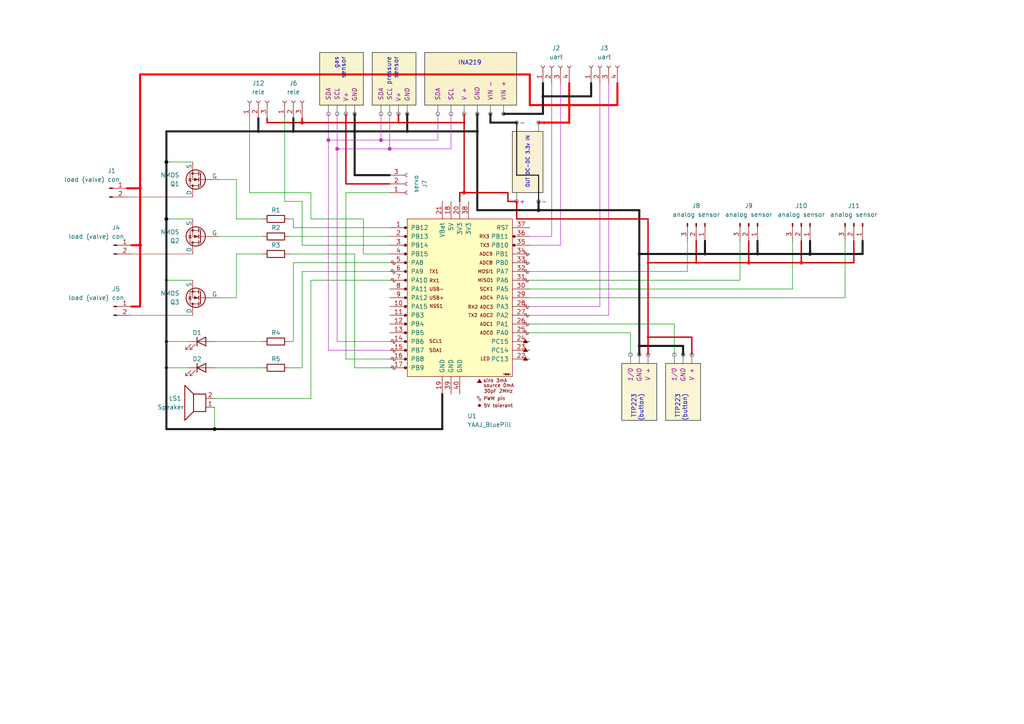
<source format=kicad_sch>
(kicad_sch (version 20230121) (generator eeschema)

  (uuid c7e7ea57-f1b9-4922-9e70-c42df8c4c654)

  (paper "A4")

  (lib_symbols
    (symbol "Connector:Conn_01x02_Pin" (pin_names (offset 1.016) hide) (in_bom yes) (on_board yes)
      (property "Reference" "J" (at 0 2.54 0)
        (effects (font (size 1.27 1.27)))
      )
      (property "Value" "Conn_01x02_Pin" (at 0 -5.08 0)
        (effects (font (size 1.27 1.27)))
      )
      (property "Footprint" "" (at 0 0 0)
        (effects (font (size 1.27 1.27)) hide)
      )
      (property "Datasheet" "~" (at 0 0 0)
        (effects (font (size 1.27 1.27)) hide)
      )
      (property "ki_locked" "" (at 0 0 0)
        (effects (font (size 1.27 1.27)))
      )
      (property "ki_keywords" "connector" (at 0 0 0)
        (effects (font (size 1.27 1.27)) hide)
      )
      (property "ki_description" "Generic connector, single row, 01x02, script generated" (at 0 0 0)
        (effects (font (size 1.27 1.27)) hide)
      )
      (property "ki_fp_filters" "Connector*:*_1x??_*" (at 0 0 0)
        (effects (font (size 1.27 1.27)) hide)
      )
      (symbol "Conn_01x02_Pin_1_1"
        (polyline
          (pts
            (xy 1.27 -2.54)
            (xy 0.8636 -2.54)
          )
          (stroke (width 0.1524) (type default))
          (fill (type none))
        )
        (polyline
          (pts
            (xy 1.27 0)
            (xy 0.8636 0)
          )
          (stroke (width 0.1524) (type default))
          (fill (type none))
        )
        (rectangle (start 0.8636 -2.413) (end 0 -2.667)
          (stroke (width 0.1524) (type default))
          (fill (type outline))
        )
        (rectangle (start 0.8636 0.127) (end 0 -0.127)
          (stroke (width 0.1524) (type default))
          (fill (type outline))
        )
        (pin passive line (at 5.08 0 180) (length 3.81)
          (name "Pin_1" (effects (font (size 1.27 1.27))))
          (number "1" (effects (font (size 1.27 1.27))))
        )
        (pin passive line (at 5.08 -2.54 180) (length 3.81)
          (name "Pin_2" (effects (font (size 1.27 1.27))))
          (number "2" (effects (font (size 1.27 1.27))))
        )
      )
    )
    (symbol "Connector:Conn_01x03_Pin" (pin_names (offset 1.016) hide) (in_bom yes) (on_board yes)
      (property "Reference" "J" (at 0 5.08 0)
        (effects (font (size 1.27 1.27)))
      )
      (property "Value" "Conn_01x03_Pin" (at 0 -5.08 0)
        (effects (font (size 1.27 1.27)))
      )
      (property "Footprint" "" (at 0 0 0)
        (effects (font (size 1.27 1.27)) hide)
      )
      (property "Datasheet" "~" (at 0 0 0)
        (effects (font (size 1.27 1.27)) hide)
      )
      (property "ki_locked" "" (at 0 0 0)
        (effects (font (size 1.27 1.27)))
      )
      (property "ki_keywords" "connector" (at 0 0 0)
        (effects (font (size 1.27 1.27)) hide)
      )
      (property "ki_description" "Generic connector, single row, 01x03, script generated" (at 0 0 0)
        (effects (font (size 1.27 1.27)) hide)
      )
      (property "ki_fp_filters" "Connector*:*_1x??_*" (at 0 0 0)
        (effects (font (size 1.27 1.27)) hide)
      )
      (symbol "Conn_01x03_Pin_1_1"
        (polyline
          (pts
            (xy 1.27 -2.54)
            (xy 0.8636 -2.54)
          )
          (stroke (width 0.1524) (type default))
          (fill (type none))
        )
        (polyline
          (pts
            (xy 1.27 0)
            (xy 0.8636 0)
          )
          (stroke (width 0.1524) (type default))
          (fill (type none))
        )
        (polyline
          (pts
            (xy 1.27 2.54)
            (xy 0.8636 2.54)
          )
          (stroke (width 0.1524) (type default))
          (fill (type none))
        )
        (rectangle (start 0.8636 -2.413) (end 0 -2.667)
          (stroke (width 0.1524) (type default))
          (fill (type outline))
        )
        (rectangle (start 0.8636 0.127) (end 0 -0.127)
          (stroke (width 0.1524) (type default))
          (fill (type outline))
        )
        (rectangle (start 0.8636 2.667) (end 0 2.413)
          (stroke (width 0.1524) (type default))
          (fill (type outline))
        )
        (pin passive line (at 5.08 2.54 180) (length 3.81)
          (name "Pin_1" (effects (font (size 1.27 1.27))))
          (number "1" (effects (font (size 1.27 1.27))))
        )
        (pin passive line (at 5.08 0 180) (length 3.81)
          (name "Pin_2" (effects (font (size 1.27 1.27))))
          (number "2" (effects (font (size 1.27 1.27))))
        )
        (pin passive line (at 5.08 -2.54 180) (length 3.81)
          (name "Pin_3" (effects (font (size 1.27 1.27))))
          (number "3" (effects (font (size 1.27 1.27))))
        )
      )
    )
    (symbol "Connector:Conn_01x03_Socket" (pin_names (offset 1.016) hide) (in_bom yes) (on_board yes)
      (property "Reference" "J" (at 0 5.08 0)
        (effects (font (size 1.27 1.27)))
      )
      (property "Value" "Conn_01x03_Socket" (at 0 -5.08 0)
        (effects (font (size 1.27 1.27)))
      )
      (property "Footprint" "" (at 0 0 0)
        (effects (font (size 1.27 1.27)) hide)
      )
      (property "Datasheet" "~" (at 0 0 0)
        (effects (font (size 1.27 1.27)) hide)
      )
      (property "ki_locked" "" (at 0 0 0)
        (effects (font (size 1.27 1.27)))
      )
      (property "ki_keywords" "connector" (at 0 0 0)
        (effects (font (size 1.27 1.27)) hide)
      )
      (property "ki_description" "Generic connector, single row, 01x03, script generated" (at 0 0 0)
        (effects (font (size 1.27 1.27)) hide)
      )
      (property "ki_fp_filters" "Connector*:*_1x??_*" (at 0 0 0)
        (effects (font (size 1.27 1.27)) hide)
      )
      (symbol "Conn_01x03_Socket_1_1"
        (arc (start 0 -2.032) (mid -0.5058 -2.54) (end 0 -3.048)
          (stroke (width 0.1524) (type default))
          (fill (type none))
        )
        (polyline
          (pts
            (xy -1.27 -2.54)
            (xy -0.508 -2.54)
          )
          (stroke (width 0.1524) (type default))
          (fill (type none))
        )
        (polyline
          (pts
            (xy -1.27 0)
            (xy -0.508 0)
          )
          (stroke (width 0.1524) (type default))
          (fill (type none))
        )
        (polyline
          (pts
            (xy -1.27 2.54)
            (xy -0.508 2.54)
          )
          (stroke (width 0.1524) (type default))
          (fill (type none))
        )
        (arc (start 0 0.508) (mid -0.5058 0) (end 0 -0.508)
          (stroke (width 0.1524) (type default))
          (fill (type none))
        )
        (arc (start 0 3.048) (mid -0.5058 2.54) (end 0 2.032)
          (stroke (width 0.1524) (type default))
          (fill (type none))
        )
        (pin passive line (at -5.08 2.54 0) (length 3.81)
          (name "Pin_1" (effects (font (size 1.27 1.27))))
          (number "1" (effects (font (size 1.27 1.27))))
        )
        (pin passive line (at -5.08 0 0) (length 3.81)
          (name "Pin_2" (effects (font (size 1.27 1.27))))
          (number "2" (effects (font (size 1.27 1.27))))
        )
        (pin passive line (at -5.08 -2.54 0) (length 3.81)
          (name "Pin_3" (effects (font (size 1.27 1.27))))
          (number "3" (effects (font (size 1.27 1.27))))
        )
      )
    )
    (symbol "Connector:Conn_01x04_Socket" (pin_names (offset 1.016) hide) (in_bom yes) (on_board yes)
      (property "Reference" "J" (at 0 5.08 0)
        (effects (font (size 1.27 1.27)))
      )
      (property "Value" "Conn_01x04_Socket" (at 0 -7.62 0)
        (effects (font (size 1.27 1.27)))
      )
      (property "Footprint" "" (at 0 0 0)
        (effects (font (size 1.27 1.27)) hide)
      )
      (property "Datasheet" "~" (at 0 0 0)
        (effects (font (size 1.27 1.27)) hide)
      )
      (property "ki_locked" "" (at 0 0 0)
        (effects (font (size 1.27 1.27)))
      )
      (property "ki_keywords" "connector" (at 0 0 0)
        (effects (font (size 1.27 1.27)) hide)
      )
      (property "ki_description" "Generic connector, single row, 01x04, script generated" (at 0 0 0)
        (effects (font (size 1.27 1.27)) hide)
      )
      (property "ki_fp_filters" "Connector*:*_1x??_*" (at 0 0 0)
        (effects (font (size 1.27 1.27)) hide)
      )
      (symbol "Conn_01x04_Socket_1_1"
        (arc (start 0 -4.572) (mid -0.5058 -5.08) (end 0 -5.588)
          (stroke (width 0.1524) (type default))
          (fill (type none))
        )
        (arc (start 0 -2.032) (mid -0.5058 -2.54) (end 0 -3.048)
          (stroke (width 0.1524) (type default))
          (fill (type none))
        )
        (polyline
          (pts
            (xy -1.27 -5.08)
            (xy -0.508 -5.08)
          )
          (stroke (width 0.1524) (type default))
          (fill (type none))
        )
        (polyline
          (pts
            (xy -1.27 -2.54)
            (xy -0.508 -2.54)
          )
          (stroke (width 0.1524) (type default))
          (fill (type none))
        )
        (polyline
          (pts
            (xy -1.27 0)
            (xy -0.508 0)
          )
          (stroke (width 0.1524) (type default))
          (fill (type none))
        )
        (polyline
          (pts
            (xy -1.27 2.54)
            (xy -0.508 2.54)
          )
          (stroke (width 0.1524) (type default))
          (fill (type none))
        )
        (arc (start 0 0.508) (mid -0.5058 0) (end 0 -0.508)
          (stroke (width 0.1524) (type default))
          (fill (type none))
        )
        (arc (start 0 3.048) (mid -0.5058 2.54) (end 0 2.032)
          (stroke (width 0.1524) (type default))
          (fill (type none))
        )
        (pin passive line (at -5.08 2.54 0) (length 3.81)
          (name "Pin_1" (effects (font (size 1.27 1.27))))
          (number "1" (effects (font (size 1.27 1.27))))
        )
        (pin passive line (at -5.08 0 0) (length 3.81)
          (name "Pin_2" (effects (font (size 1.27 1.27))))
          (number "2" (effects (font (size 1.27 1.27))))
        )
        (pin passive line (at -5.08 -2.54 0) (length 3.81)
          (name "Pin_3" (effects (font (size 1.27 1.27))))
          (number "3" (effects (font (size 1.27 1.27))))
        )
        (pin passive line (at -5.08 -5.08 0) (length 3.81)
          (name "Pin_4" (effects (font (size 1.27 1.27))))
          (number "4" (effects (font (size 1.27 1.27))))
        )
      )
    )
    (symbol "Device:LED" (pin_numbers hide) (pin_names (offset 1.016) hide) (in_bom yes) (on_board yes)
      (property "Reference" "D" (at 0 2.54 0)
        (effects (font (size 1.27 1.27)))
      )
      (property "Value" "LED" (at 0 -2.54 0)
        (effects (font (size 1.27 1.27)))
      )
      (property "Footprint" "" (at 0 0 0)
        (effects (font (size 1.27 1.27)) hide)
      )
      (property "Datasheet" "~" (at 0 0 0)
        (effects (font (size 1.27 1.27)) hide)
      )
      (property "ki_keywords" "LED diode" (at 0 0 0)
        (effects (font (size 1.27 1.27)) hide)
      )
      (property "ki_description" "Light emitting diode" (at 0 0 0)
        (effects (font (size 1.27 1.27)) hide)
      )
      (property "ki_fp_filters" "LED* LED_SMD:* LED_THT:*" (at 0 0 0)
        (effects (font (size 1.27 1.27)) hide)
      )
      (symbol "LED_0_1"
        (polyline
          (pts
            (xy -1.27 -1.27)
            (xy -1.27 1.27)
          )
          (stroke (width 0.254) (type default))
          (fill (type none))
        )
        (polyline
          (pts
            (xy -1.27 0)
            (xy 1.27 0)
          )
          (stroke (width 0) (type default))
          (fill (type none))
        )
        (polyline
          (pts
            (xy 1.27 -1.27)
            (xy 1.27 1.27)
            (xy -1.27 0)
            (xy 1.27 -1.27)
          )
          (stroke (width 0.254) (type default))
          (fill (type none))
        )
        (polyline
          (pts
            (xy -3.048 -0.762)
            (xy -4.572 -2.286)
            (xy -3.81 -2.286)
            (xy -4.572 -2.286)
            (xy -4.572 -1.524)
          )
          (stroke (width 0) (type default))
          (fill (type none))
        )
        (polyline
          (pts
            (xy -1.778 -0.762)
            (xy -3.302 -2.286)
            (xy -2.54 -2.286)
            (xy -3.302 -2.286)
            (xy -3.302 -1.524)
          )
          (stroke (width 0) (type default))
          (fill (type none))
        )
      )
      (symbol "LED_1_1"
        (pin passive line (at -3.81 0 0) (length 2.54)
          (name "K" (effects (font (size 1.27 1.27))))
          (number "1" (effects (font (size 1.27 1.27))))
        )
        (pin passive line (at 3.81 0 180) (length 2.54)
          (name "A" (effects (font (size 1.27 1.27))))
          (number "2" (effects (font (size 1.27 1.27))))
        )
      )
    )
    (symbol "Device:R" (pin_numbers hide) (pin_names (offset 0)) (in_bom yes) (on_board yes)
      (property "Reference" "R" (at 2.032 0 90)
        (effects (font (size 1.27 1.27)))
      )
      (property "Value" "R" (at 0 0 90)
        (effects (font (size 1.27 1.27)))
      )
      (property "Footprint" "" (at -1.778 0 90)
        (effects (font (size 1.27 1.27)) hide)
      )
      (property "Datasheet" "~" (at 0 0 0)
        (effects (font (size 1.27 1.27)) hide)
      )
      (property "ki_keywords" "R res resistor" (at 0 0 0)
        (effects (font (size 1.27 1.27)) hide)
      )
      (property "ki_description" "Resistor" (at 0 0 0)
        (effects (font (size 1.27 1.27)) hide)
      )
      (property "ki_fp_filters" "R_*" (at 0 0 0)
        (effects (font (size 1.27 1.27)) hide)
      )
      (symbol "R_0_1"
        (rectangle (start -1.016 -2.54) (end 1.016 2.54)
          (stroke (width 0.254) (type default))
          (fill (type none))
        )
      )
      (symbol "R_1_1"
        (pin passive line (at 0 3.81 270) (length 1.27)
          (name "~" (effects (font (size 1.27 1.27))))
          (number "1" (effects (font (size 1.27 1.27))))
        )
        (pin passive line (at 0 -3.81 90) (length 1.27)
          (name "~" (effects (font (size 1.27 1.27))))
          (number "2" (effects (font (size 1.27 1.27))))
        )
      )
    )
    (symbol "Device:Speaker" (pin_names (offset 0) hide) (in_bom yes) (on_board yes)
      (property "Reference" "LS" (at 1.27 5.715 0)
        (effects (font (size 1.27 1.27)) (justify right))
      )
      (property "Value" "Speaker" (at 1.27 3.81 0)
        (effects (font (size 1.27 1.27)) (justify right))
      )
      (property "Footprint" "" (at 0 -5.08 0)
        (effects (font (size 1.27 1.27)) hide)
      )
      (property "Datasheet" "~" (at -0.254 -1.27 0)
        (effects (font (size 1.27 1.27)) hide)
      )
      (property "ki_keywords" "speaker sound" (at 0 0 0)
        (effects (font (size 1.27 1.27)) hide)
      )
      (property "ki_description" "Speaker" (at 0 0 0)
        (effects (font (size 1.27 1.27)) hide)
      )
      (symbol "Speaker_0_0"
        (rectangle (start -2.54 1.27) (end 1.016 -3.81)
          (stroke (width 0.254) (type default))
          (fill (type none))
        )
        (polyline
          (pts
            (xy 1.016 1.27)
            (xy 3.556 3.81)
            (xy 3.556 -6.35)
            (xy 1.016 -3.81)
          )
          (stroke (width 0.254) (type default))
          (fill (type none))
        )
      )
      (symbol "Speaker_1_1"
        (pin input line (at -5.08 0 0) (length 2.54)
          (name "1" (effects (font (size 1.27 1.27))))
          (number "1" (effects (font (size 1.27 1.27))))
        )
        (pin input line (at -5.08 -2.54 0) (length 2.54)
          (name "2" (effects (font (size 1.27 1.27))))
          (number "2" (effects (font (size 1.27 1.27))))
        )
      )
    )
    (symbol "STM32_bluepill:YAAJ_BluePill" (pin_names (offset 1.016)) (in_bom yes) (on_board yes)
      (property "Reference" "U" (at -13.97 24.13 0)
        (effects (font (size 1.27 1.27)))
      )
      (property "Value" "YAAJ_BluePill" (at 0 6.35 90)
        (effects (font (size 1.27 1.27)))
      )
      (property "Footprint" "" (at -1.905 24.13 90)
        (effects (font (size 1.27 1.27)) hide)
      )
      (property "Datasheet" "" (at -1.905 24.13 90)
        (effects (font (size 1.27 1.27)) hide)
      )
      (property "ki_keywords" "module blue pill STM32" (at 0 0 0)
        (effects (font (size 1.27 1.27)) hide)
      )
      (property "ki_description" "STM32 Blue Pill ; KLC compliant" (at 0 0 0)
        (effects (font (size 1.27 1.27)) hide)
      )
      (symbol "YAAJ_BluePill_0_0"
        (circle (center -15.748 -20.32) (radius 0.3556)
          (stroke (width 0) (type solid))
          (fill (type outline))
        )
        (circle (center -15.748 -17.78) (radius 0.3556)
          (stroke (width 0) (type solid))
          (fill (type outline))
        )
        (circle (center -15.748 -15.24) (radius 0.3556)
          (stroke (width 0) (type solid))
          (fill (type outline))
        )
        (circle (center -15.748 -12.7) (radius 0.3556)
          (stroke (width 0) (type solid))
          (fill (type outline))
        )
        (circle (center -15.748 -10.16) (radius 0.3556)
          (stroke (width 0) (type solid))
          (fill (type outline))
        )
        (circle (center -15.748 -7.62) (radius 0.3556)
          (stroke (width 0) (type solid))
          (fill (type outline))
        )
        (circle (center -15.748 -5.08) (radius 0.3556)
          (stroke (width 0) (type solid))
          (fill (type outline))
        )
        (circle (center -15.748 -2.54) (radius 0.3556)
          (stroke (width 0) (type solid))
          (fill (type outline))
        )
        (circle (center -15.748 0) (radius 0.3556)
          (stroke (width 0) (type solid))
          (fill (type outline))
        )
        (circle (center -15.748 2.54) (radius 0.3556)
          (stroke (width 0) (type solid))
          (fill (type outline))
        )
        (circle (center -15.748 5.08) (radius 0.3556)
          (stroke (width 0) (type solid))
          (fill (type outline))
        )
        (circle (center -15.748 7.62) (radius 0.3556)
          (stroke (width 0) (type solid))
          (fill (type outline))
        )
        (circle (center -15.748 10.16) (radius 0.3556)
          (stroke (width 0) (type solid))
          (fill (type outline))
        )
        (circle (center -15.748 12.7) (radius 0.3556)
          (stroke (width 0) (type solid))
          (fill (type outline))
        )
        (circle (center -15.748 15.24) (radius 0.3556)
          (stroke (width 0) (type solid))
          (fill (type outline))
        )
        (circle (center -15.748 20.32) (radius 0.3556)
          (stroke (width 0) (type solid))
          (fill (type outline))
        )
        (polyline
          (pts
            (xy 5.08 -24.638)
            (xy 5.715 -23.622)
            (xy 6.35 -24.638)
            (xy 5.08 -24.638)
            (xy 5.715 -23.749)
            (xy 6.223 -24.638)
            (xy 5.207 -24.511)
            (xy 5.715 -23.876)
            (xy 6.096 -24.638)
            (xy 5.334 -24.384)
            (xy 5.842 -24.003)
            (xy 5.969 -24.638)
            (xy 5.461 -24.257)
            (xy 5.969 -24.13)
            (xy 5.842 -24.511)
            (xy 5.588 -24.257)
            (xy 5.842 -24.384)
            (xy 5.715 -24.13)
          )
          (stroke (width 0) (type solid))
          (fill (type none))
        )
        (polyline
          (pts
            (xy 18.415 -18.161)
            (xy 19.05 -17.145)
            (xy 19.685 -18.161)
            (xy 18.415 -18.161)
            (xy 19.05 -17.272)
            (xy 19.558 -18.161)
            (xy 18.542 -18.034)
            (xy 19.05 -17.399)
            (xy 19.431 -18.161)
            (xy 18.669 -17.907)
            (xy 19.177 -17.526)
            (xy 19.304 -18.161)
            (xy 18.796 -17.78)
            (xy 19.304 -17.653)
            (xy 19.177 -18.034)
            (xy 18.923 -17.78)
            (xy 19.177 -17.907)
            (xy 19.05 -17.653)
          )
          (stroke (width 0) (type solid))
          (fill (type none))
        )
        (polyline
          (pts
            (xy 18.415 -15.621)
            (xy 19.05 -14.605)
            (xy 19.685 -15.621)
            (xy 18.415 -15.621)
            (xy 19.05 -14.732)
            (xy 19.558 -15.621)
            (xy 18.542 -15.494)
            (xy 19.05 -14.859)
            (xy 19.431 -15.621)
            (xy 18.669 -15.367)
            (xy 19.177 -14.986)
            (xy 19.304 -15.621)
            (xy 18.796 -15.24)
            (xy 19.304 -15.113)
            (xy 19.177 -15.494)
            (xy 18.923 -15.24)
            (xy 19.177 -15.367)
            (xy 19.05 -15.113)
          )
          (stroke (width 0) (type solid))
          (fill (type none))
        )
        (polyline
          (pts
            (xy 18.415 -13.081)
            (xy 19.05 -12.065)
            (xy 19.685 -13.081)
            (xy 18.415 -13.081)
            (xy 19.05 -12.192)
            (xy 19.558 -13.081)
            (xy 18.542 -12.954)
            (xy 19.05 -12.319)
            (xy 19.431 -13.081)
            (xy 18.669 -12.827)
            (xy 19.177 -12.446)
            (xy 19.304 -13.081)
            (xy 18.796 -12.7)
            (xy 19.304 -12.573)
            (xy 19.177 -12.954)
            (xy 18.923 -12.7)
            (xy 19.177 -12.827)
            (xy 19.05 -12.573)
          )
          (stroke (width 0) (type solid))
          (fill (type none))
        )
        (circle (center 5.715 -31.242) (radius 0.127)
          (stroke (width 0) (type solid))
          (fill (type outline))
        )
        (circle (center 5.715 -31.242) (radius 0.254)
          (stroke (width 0) (type solid))
          (fill (type none))
        )
        (circle (center 5.715 -31.242) (radius 0.3556)
          (stroke (width 0) (type solid))
          (fill (type none))
        )
        (circle (center 15.748 15.24) (radius 0.254)
          (stroke (width 0) (type solid))
          (fill (type outline))
        )
        (circle (center 15.748 15.24) (radius 0.3556)
          (stroke (width 0) (type solid))
          (fill (type none))
        )
        (circle (center 15.748 17.78) (radius 0.254)
          (stroke (width 0) (type solid))
          (fill (type outline))
        )
        (circle (center 15.748 17.78) (radius 0.3556)
          (stroke (width 0) (type solid))
          (fill (type none))
        )
        (text "30pF 2MHz" (at 11.176 -27.051 0)
          (effects (font (size 0.9906 0.9906)))
        )
        (text "5V tolerant" (at 11.176 -31.242 0)
          (effects (font (size 0.9906 0.9906)))
        )
        (text "ADC0" (at 7.747 -10.16 0)
          (effects (font (size 0.9906 0.9906)))
        )
        (text "ADC1" (at 7.747 -7.62 0)
          (effects (font (size 0.9906 0.9906)))
        )
        (text "ADC2" (at 7.747 -5.08 0)
          (effects (font (size 0.9906 0.9906)))
        )
        (text "ADC3" (at 7.747 -2.667 0)
          (effects (font (size 0.9906 0.9906)))
        )
        (text "ADC4" (at 7.747 0 0)
          (effects (font (size 0.9906 0.9906)))
        )
        (text "ADC8" (at 7.62 10.16 0)
          (effects (font (size 0.9906 0.9906)))
        )
        (text "ADC9" (at 7.62 12.7 0)
          (effects (font (size 0.9906 0.9906)))
        )
        (text "LED" (at 7.366 -17.653 0)
          (effects (font (size 0.9906 0.9906)))
        )
        (text "MISO1" (at 7.493 5.08 0)
          (effects (font (size 0.9906 0.9906)))
        )
        (text "MOSI1" (at 7.493 7.62 0)
          (effects (font (size 0.9906 0.9906)))
        )
        (text "NSS1" (at -6.858 -2.413 0)
          (effects (font (size 0.9906 0.9906)))
        )
        (text "PWM pin" (at 10.033 -29.21 0)
          (effects (font (size 0.9906 0.9906)))
        )
        (text "RX1" (at -7.366 4.953 0)
          (effects (font (size 0.9906 0.9906)))
        )
        (text "RX2" (at 3.81 -2.667 0)
          (effects (font (size 0.9906 0.9906)))
        )
        (text "RX3" (at 7.112 17.78 0)
          (effects (font (size 0.9906 0.9906)))
        )
        (text "SCK1" (at 7.747 2.54 0)
          (effects (font (size 0.9906 0.9906)))
        )
        (text "SCL1" (at -6.985 -12.573 0)
          (effects (font (size 0.9906 0.9906)))
        )
        (text "SDA1" (at -6.985 -15.24 0)
          (effects (font (size 0.9906 0.9906)))
        )
        (text "sink 3mA" (at 10.287 -24.003 0)
          (effects (font (size 0.9906 0.9906)))
        )
        (text "source 0mA" (at 11.303 -25.4 0)
          (effects (font (size 0.9906 0.9906)))
        )
        (text "TX1" (at -7.493 7.62 0)
          (effects (font (size 0.9906 0.9906)))
        )
        (text "TX2" (at 3.81 -5.08 0)
          (effects (font (size 0.9906 0.9906)))
        )
        (text "TX3" (at 7.239 15.24 0)
          (effects (font (size 0.9906 0.9906)))
        )
        (text "USB+" (at -6.731 0 0)
          (effects (font (size 0.9906 0.9906)))
        )
        (text "USB-" (at -6.731 2.54 0)
          (effects (font (size 0.9906 0.9906)))
        )
        (text "Y@@J" (at 13.6906 -22.1488 0)
          (effects (font (size 0.508 0.508)))
        )
      )
      (symbol "YAAJ_BluePill_0_1"
        (rectangle (start -15.24 22.86) (end 15.24 -22.86)
          (stroke (width 0) (type solid))
          (fill (type background))
        )
        (polyline
          (pts
            (xy -18.796 -20.32)
            (xy -18.796 -20.828)
            (xy -19.304 -20.828)
            (xy -19.304 -19.812)
            (xy -19.812 -19.812)
            (xy -19.812 -20.32)
          )
          (stroke (width 0) (type solid))
          (fill (type none))
        )
        (polyline
          (pts
            (xy -18.796 -17.78)
            (xy -18.796 -18.288)
            (xy -19.304 -18.288)
            (xy -19.304 -17.272)
            (xy -19.812 -17.272)
            (xy -19.812 -17.78)
          )
          (stroke (width 0) (type solid))
          (fill (type none))
        )
        (polyline
          (pts
            (xy -18.796 -15.24)
            (xy -18.796 -15.748)
            (xy -19.304 -15.748)
            (xy -19.304 -14.732)
            (xy -19.812 -14.732)
            (xy -19.812 -15.24)
          )
          (stroke (width 0) (type solid))
          (fill (type none))
        )
        (polyline
          (pts
            (xy -18.796 -12.7)
            (xy -18.796 -13.208)
            (xy -19.304 -13.208)
            (xy -19.304 -12.192)
            (xy -19.812 -12.192)
            (xy -19.812 -12.7)
          )
          (stroke (width 0) (type solid))
          (fill (type none))
        )
        (polyline
          (pts
            (xy -18.796 5.08)
            (xy -18.796 4.572)
            (xy -19.304 4.572)
            (xy -19.304 5.588)
            (xy -19.812 5.588)
            (xy -19.812 5.08)
          )
          (stroke (width 0) (type solid))
          (fill (type none))
        )
        (polyline
          (pts
            (xy -18.796 7.62)
            (xy -18.796 7.112)
            (xy -19.304 7.112)
            (xy -19.304 8.128)
            (xy -19.812 8.128)
            (xy -19.812 7.62)
          )
          (stroke (width 0) (type solid))
          (fill (type none))
        )
        (polyline
          (pts
            (xy -18.796 10.16)
            (xy -18.796 9.652)
            (xy -19.304 9.652)
            (xy -19.304 10.668)
            (xy -19.812 10.668)
            (xy -19.812 10.16)
          )
          (stroke (width 0) (type solid))
          (fill (type none))
        )
        (polyline
          (pts
            (xy 6.096 -29.21)
            (xy 6.096 -29.718)
            (xy 5.588 -29.718)
            (xy 5.588 -28.702)
            (xy 5.08 -28.702)
            (xy 5.08 -29.21)
          )
          (stroke (width 0) (type solid))
          (fill (type none))
        )
        (polyline
          (pts
            (xy 19.812 -10.16)
            (xy 19.812 -10.668)
            (xy 19.304 -10.668)
            (xy 19.304 -9.652)
            (xy 18.796 -9.652)
            (xy 18.796 -10.16)
          )
          (stroke (width 0) (type solid))
          (fill (type none))
        )
        (polyline
          (pts
            (xy 19.812 -7.62)
            (xy 19.812 -8.128)
            (xy 19.304 -8.128)
            (xy 19.304 -7.112)
            (xy 18.796 -7.112)
            (xy 18.796 -7.62)
          )
          (stroke (width 0) (type solid))
          (fill (type none))
        )
        (polyline
          (pts
            (xy 19.812 -5.08)
            (xy 19.812 -5.588)
            (xy 19.304 -5.588)
            (xy 19.304 -4.572)
            (xy 18.796 -4.572)
            (xy 18.796 -5.08)
          )
          (stroke (width 0) (type solid))
          (fill (type none))
        )
        (polyline
          (pts
            (xy 19.812 -2.54)
            (xy 19.812 -3.048)
            (xy 19.304 -3.048)
            (xy 19.304 -2.032)
            (xy 18.796 -2.032)
            (xy 18.796 -2.54)
          )
          (stroke (width 0) (type solid))
          (fill (type none))
        )
        (polyline
          (pts
            (xy 19.812 5.08)
            (xy 19.812 4.572)
            (xy 19.304 4.572)
            (xy 19.304 5.588)
            (xy 18.796 5.588)
            (xy 18.796 5.08)
          )
          (stroke (width 0) (type solid))
          (fill (type none))
        )
        (polyline
          (pts
            (xy 19.812 7.62)
            (xy 19.812 7.112)
            (xy 19.304 7.112)
            (xy 19.304 8.128)
            (xy 18.796 8.128)
            (xy 18.796 7.62)
          )
          (stroke (width 0) (type solid))
          (fill (type none))
        )
        (polyline
          (pts
            (xy 19.812 10.16)
            (xy 19.812 9.652)
            (xy 19.304 9.652)
            (xy 19.304 10.668)
            (xy 18.796 10.668)
            (xy 18.796 10.16)
          )
          (stroke (width 0) (type solid))
          (fill (type none))
        )
        (polyline
          (pts
            (xy 19.812 12.7)
            (xy 19.812 12.192)
            (xy 19.304 12.192)
            (xy 19.304 13.208)
            (xy 18.796 13.208)
            (xy 18.796 12.7)
          )
          (stroke (width 0) (type solid))
          (fill (type none))
        )
      )
      (symbol "YAAJ_BluePill_1_1"
        (circle (center -15.748 17.78) (radius 0.3556)
          (stroke (width 0) (type solid))
          (fill (type outline))
        )
        (pin bidirectional line (at -20.32 20.32 0) (length 5.08)
          (name "PB12" (effects (font (size 1.27 1.27))))
          (number "1" (effects (font (size 1.27 1.27))))
        )
        (pin bidirectional line (at -20.32 -2.54 0) (length 5.08)
          (name "PA15" (effects (font (size 1.27 1.27))))
          (number "10" (effects (font (size 1.27 1.27))))
        )
        (pin bidirectional line (at -20.32 -5.08 0) (length 5.08)
          (name "PB3" (effects (font (size 1.27 1.27))))
          (number "11" (effects (font (size 1.27 1.27))))
        )
        (pin bidirectional line (at -20.32 -7.62 0) (length 5.08)
          (name "PB4" (effects (font (size 1.27 1.27))))
          (number "12" (effects (font (size 1.27 1.27))))
        )
        (pin bidirectional line (at -20.32 -10.16 0) (length 5.08)
          (name "PB5" (effects (font (size 1.27 1.27))))
          (number "13" (effects (font (size 1.27 1.27))))
        )
        (pin bidirectional line (at -20.32 -12.7 0) (length 5.08)
          (name "PB6" (effects (font (size 1.27 1.27))))
          (number "14" (effects (font (size 1.27 1.27))))
        )
        (pin bidirectional line (at -20.32 -15.24 0) (length 5.08)
          (name "PB7" (effects (font (size 1.27 1.27))))
          (number "15" (effects (font (size 1.27 1.27))))
        )
        (pin bidirectional line (at -20.32 -17.78 0) (length 5.08)
          (name "PB8" (effects (font (size 1.27 1.27))))
          (number "16" (effects (font (size 1.27 1.27))))
        )
        (pin bidirectional line (at -20.32 -20.32 0) (length 5.08)
          (name "PB9" (effects (font (size 1.27 1.27))))
          (number "17" (effects (font (size 1.27 1.27))))
        )
        (pin power_in line (at -2.54 27.94 270) (length 5.08)
          (name "5V" (effects (font (size 1.27 1.27))))
          (number "18" (effects (font (size 1.27 1.27))))
        )
        (pin power_in line (at -5.08 -27.94 90) (length 5.08)
          (name "GND" (effects (font (size 1.27 1.27))))
          (number "19" (effects (font (size 1.27 1.27))))
        )
        (pin bidirectional line (at -20.32 17.78 0) (length 5.08)
          (name "PB13" (effects (font (size 1.27 1.27))))
          (number "2" (effects (font (size 1.27 1.27))))
        )
        (pin power_in line (at 0 27.94 270) (length 5.08)
          (name "3V3" (effects (font (size 1.27 1.27))))
          (number "20" (effects (font (size 1.27 1.27))))
        )
        (pin power_in line (at -5.08 27.94 270) (length 5.08)
          (name "VBat" (effects (font (size 1.27 1.27))))
          (number "21" (effects (font (size 1.27 1.27))))
        )
        (pin bidirectional line (at 20.32 -17.78 180) (length 5.08)
          (name "PC13" (effects (font (size 1.27 1.27))))
          (number "22" (effects (font (size 1.27 1.27))))
        )
        (pin bidirectional line (at 20.32 -15.24 180) (length 5.08)
          (name "PC14" (effects (font (size 1.27 1.27))))
          (number "23" (effects (font (size 1.27 1.27))))
        )
        (pin bidirectional line (at 20.32 -12.7 180) (length 5.08)
          (name "PC15" (effects (font (size 1.27 1.27))))
          (number "24" (effects (font (size 1.27 1.27))))
        )
        (pin bidirectional line (at 20.32 -10.16 180) (length 5.08)
          (name "PA0" (effects (font (size 1.27 1.27))))
          (number "25" (effects (font (size 1.27 1.27))))
        )
        (pin bidirectional line (at 20.32 -7.62 180) (length 5.08)
          (name "PA1" (effects (font (size 1.27 1.27))))
          (number "26" (effects (font (size 1.27 1.27))))
        )
        (pin bidirectional line (at 20.32 -5.08 180) (length 5.08)
          (name "PA2" (effects (font (size 1.27 1.27))))
          (number "27" (effects (font (size 1.27 1.27))))
        )
        (pin bidirectional line (at 20.32 -2.54 180) (length 5.08)
          (name "PA3" (effects (font (size 1.27 1.27))))
          (number "28" (effects (font (size 1.27 1.27))))
        )
        (pin bidirectional line (at 20.32 0 180) (length 5.08)
          (name "PA4" (effects (font (size 1.27 1.27))))
          (number "29" (effects (font (size 1.27 1.27))))
        )
        (pin bidirectional line (at -20.32 15.24 0) (length 5.08)
          (name "PB14" (effects (font (size 1.27 1.27))))
          (number "3" (effects (font (size 1.27 1.27))))
        )
        (pin bidirectional line (at 20.32 2.54 180) (length 5.08)
          (name "PA5" (effects (font (size 1.27 1.27))))
          (number "30" (effects (font (size 1.27 1.27))))
        )
        (pin bidirectional line (at 20.32 5.08 180) (length 5.08)
          (name "PA6" (effects (font (size 1.27 1.27))))
          (number "31" (effects (font (size 1.27 1.27))))
        )
        (pin bidirectional line (at 20.32 7.62 180) (length 5.08)
          (name "PA7" (effects (font (size 1.27 1.27))))
          (number "32" (effects (font (size 1.27 1.27))))
        )
        (pin bidirectional line (at 20.32 10.16 180) (length 5.08)
          (name "PB0" (effects (font (size 1.27 1.27))))
          (number "33" (effects (font (size 1.27 1.27))))
        )
        (pin bidirectional line (at 20.32 12.7 180) (length 5.08)
          (name "PB1" (effects (font (size 1.27 1.27))))
          (number "34" (effects (font (size 1.27 1.27))))
        )
        (pin bidirectional line (at 20.32 15.24 180) (length 5.08)
          (name "PB10" (effects (font (size 1.27 1.27))))
          (number "35" (effects (font (size 1.27 1.27))))
        )
        (pin bidirectional line (at 20.32 17.78 180) (length 5.08)
          (name "PB11" (effects (font (size 1.27 1.27))))
          (number "36" (effects (font (size 1.27 1.27))))
        )
        (pin input line (at 20.32 20.32 180) (length 5.08)
          (name "RST" (effects (font (size 1.27 1.27))))
          (number "37" (effects (font (size 1.27 1.27))))
        )
        (pin power_in line (at 2.54 27.94 270) (length 5.08)
          (name "3V3" (effects (font (size 1.27 1.27))))
          (number "38" (effects (font (size 1.27 1.27))))
        )
        (pin power_in line (at -2.54 -27.94 90) (length 5.08)
          (name "GND" (effects (font (size 1.27 1.27))))
          (number "39" (effects (font (size 1.27 1.27))))
        )
        (pin bidirectional line (at -20.32 12.7 0) (length 5.08)
          (name "PB15" (effects (font (size 1.27 1.27))))
          (number "4" (effects (font (size 1.27 1.27))))
        )
        (pin power_in line (at 0 -27.94 90) (length 5.08)
          (name "GND" (effects (font (size 1.27 1.27))))
          (number "40" (effects (font (size 1.27 1.27))))
        )
        (pin bidirectional line (at -20.32 10.16 0) (length 5.08)
          (name "PA8" (effects (font (size 1.27 1.27))))
          (number "5" (effects (font (size 1.27 1.27))))
        )
        (pin bidirectional line (at -20.32 7.62 0) (length 5.08)
          (name "PA9" (effects (font (size 1.27 1.27))))
          (number "6" (effects (font (size 1.27 1.27))))
        )
        (pin bidirectional line (at -20.32 5.08 0) (length 5.08)
          (name "PA10" (effects (font (size 1.27 1.27))))
          (number "7" (effects (font (size 1.27 1.27))))
        )
        (pin bidirectional line (at -20.32 2.54 0) (length 5.08)
          (name "PA11" (effects (font (size 1.27 1.27))))
          (number "8" (effects (font (size 1.27 1.27))))
        )
        (pin bidirectional line (at -20.32 0 0) (length 5.08)
          (name "PA12" (effects (font (size 1.27 1.27))))
          (number "9" (effects (font (size 1.27 1.27))))
        )
      )
    )
    (symbol "Simulation_SPICE:NMOS" (pin_numbers hide) (pin_names (offset 0)) (in_bom yes) (on_board yes)
      (property "Reference" "Q" (at 5.08 1.27 0)
        (effects (font (size 1.27 1.27)) (justify left))
      )
      (property "Value" "NMOS" (at 5.08 -1.27 0)
        (effects (font (size 1.27 1.27)) (justify left))
      )
      (property "Footprint" "" (at 5.08 2.54 0)
        (effects (font (size 1.27 1.27)) hide)
      )
      (property "Datasheet" "https://ngspice.sourceforge.io/docs/ngspice-manual.pdf" (at 0 -12.7 0)
        (effects (font (size 1.27 1.27)) hide)
      )
      (property "Sim.Device" "NMOS" (at 0 -17.145 0)
        (effects (font (size 1.27 1.27)) hide)
      )
      (property "Sim.Type" "VDMOS" (at 0 -19.05 0)
        (effects (font (size 1.27 1.27)) hide)
      )
      (property "Sim.Pins" "1=D 2=G 3=S" (at 0 -15.24 0)
        (effects (font (size 1.27 1.27)) hide)
      )
      (property "ki_keywords" "transistor NMOS N-MOS N-MOSFET simulation" (at 0 0 0)
        (effects (font (size 1.27 1.27)) hide)
      )
      (property "ki_description" "N-MOSFET transistor, drain/source/gate" (at 0 0 0)
        (effects (font (size 1.27 1.27)) hide)
      )
      (symbol "NMOS_0_1"
        (polyline
          (pts
            (xy 0.254 0)
            (xy -2.54 0)
          )
          (stroke (width 0) (type default))
          (fill (type none))
        )
        (polyline
          (pts
            (xy 0.254 1.905)
            (xy 0.254 -1.905)
          )
          (stroke (width 0.254) (type default))
          (fill (type none))
        )
        (polyline
          (pts
            (xy 0.762 -1.27)
            (xy 0.762 -2.286)
          )
          (stroke (width 0.254) (type default))
          (fill (type none))
        )
        (polyline
          (pts
            (xy 0.762 0.508)
            (xy 0.762 -0.508)
          )
          (stroke (width 0.254) (type default))
          (fill (type none))
        )
        (polyline
          (pts
            (xy 0.762 2.286)
            (xy 0.762 1.27)
          )
          (stroke (width 0.254) (type default))
          (fill (type none))
        )
        (polyline
          (pts
            (xy 2.54 2.54)
            (xy 2.54 1.778)
          )
          (stroke (width 0) (type default))
          (fill (type none))
        )
        (polyline
          (pts
            (xy 2.54 -2.54)
            (xy 2.54 0)
            (xy 0.762 0)
          )
          (stroke (width 0) (type default))
          (fill (type none))
        )
        (polyline
          (pts
            (xy 0.762 -1.778)
            (xy 3.302 -1.778)
            (xy 3.302 1.778)
            (xy 0.762 1.778)
          )
          (stroke (width 0) (type default))
          (fill (type none))
        )
        (polyline
          (pts
            (xy 1.016 0)
            (xy 2.032 0.381)
            (xy 2.032 -0.381)
            (xy 1.016 0)
          )
          (stroke (width 0) (type default))
          (fill (type outline))
        )
        (polyline
          (pts
            (xy 2.794 0.508)
            (xy 2.921 0.381)
            (xy 3.683 0.381)
            (xy 3.81 0.254)
          )
          (stroke (width 0) (type default))
          (fill (type none))
        )
        (polyline
          (pts
            (xy 3.302 0.381)
            (xy 2.921 -0.254)
            (xy 3.683 -0.254)
            (xy 3.302 0.381)
          )
          (stroke (width 0) (type default))
          (fill (type none))
        )
        (circle (center 1.651 0) (radius 2.794)
          (stroke (width 0.254) (type default))
          (fill (type none))
        )
        (circle (center 2.54 -1.778) (radius 0.254)
          (stroke (width 0) (type default))
          (fill (type outline))
        )
        (circle (center 2.54 1.778) (radius 0.254)
          (stroke (width 0) (type default))
          (fill (type outline))
        )
      )
      (symbol "NMOS_1_1"
        (pin passive line (at 2.54 5.08 270) (length 2.54)
          (name "D" (effects (font (size 1.27 1.27))))
          (number "1" (effects (font (size 1.27 1.27))))
        )
        (pin input line (at -5.08 0 0) (length 2.54)
          (name "G" (effects (font (size 1.27 1.27))))
          (number "2" (effects (font (size 1.27 1.27))))
        )
        (pin passive line (at 2.54 -5.08 90) (length 2.54)
          (name "S" (effects (font (size 1.27 1.27))))
          (number "3" (effects (font (size 1.27 1.27))))
        )
      )
    )
  )

  (junction (at 40.64 54.61) (diameter 0.7) (color 237 5 0 1)
    (uuid 04c955bb-84c0-44a6-a32a-32ac2efc702f)
  )
  (junction (at 48.26 99.06) (diameter 0.8) (color 25 25 25 1)
    (uuid 170f8a6d-430a-440b-801d-400523093845)
  )
  (junction (at 40.64 71.12) (diameter 0) (color 255 0 15 1)
    (uuid 17accc3c-c9c7-4277-b4af-e3279ff69130)
  )
  (junction (at 48.26 81.28) (diameter 0.7) (color 25 25 25 1)
    (uuid 21ebdb7b-5559-4c88-8edc-36b0e90b4fd5)
  )
  (junction (at 232.41 76.2) (diameter 0) (color 255 26 24 1)
    (uuid 3986d5de-f60a-4dce-bdb6-9ea97c562cd0)
  )
  (junction (at 95.25 40.64) (diameter 0) (color 180 39 193 1)
    (uuid 4c102690-0079-434e-a70e-c8e5e82d7914)
  )
  (junction (at 113.03 43.18) (diameter 0) (color 180 39 193 1)
    (uuid 5c306612-1a87-4229-a9b7-fe246f21d48b)
  )
  (junction (at 62.23 124.46) (diameter 0) (color 0 0 0 1)
    (uuid 5f540a81-eeff-44b2-8d9d-767bdd224d42)
  )
  (junction (at 74.93 38.1) (diameter 0.7) (color 25 25 25 1)
    (uuid 6142dd69-354b-4b9d-96f2-5849d7eda967)
  )
  (junction (at 48.26 46.99) (diameter 0) (color 0 0 0 1)
    (uuid 67993040-1508-4f9e-9c09-a82d2bb655a0)
  )
  (junction (at 217.17 76.2) (diameter 0) (color 255 12 14 1)
    (uuid 6c9d45c9-628c-4ffa-8b6d-1a6959165246)
  )
  (junction (at 234.95 73.66) (diameter 0) (color 25 25 25 1)
    (uuid 77810e92-6033-4622-8d5f-449a8c6db489)
  )
  (junction (at 48.26 63.5) (diameter 0) (color 0 0 0 1)
    (uuid 7d3507e7-b37f-479d-b48f-7f82fdec0542)
  )
  (junction (at 138.43 38.1) (diameter 0.7) (color 25 25 25 1)
    (uuid 82bc0292-e5c0-4fa2-a973-bc2560af134a)
  )
  (junction (at 187.96 97.79) (diameter 0.5) (color 206 2 0 1)
    (uuid 834743c1-f66c-4472-9d53-d84347c436af)
  )
  (junction (at 87.63 35.56) (diameter 0) (color 255 0 6 1)
    (uuid 87141d46-7883-40e6-bdf0-b5be98c13d3e)
  )
  (junction (at 134.62 55.88) (diameter 0) (color 255 8 6 1)
    (uuid 89bc76bd-3b82-4f39-aa8e-7a790ce161b0)
  )
  (junction (at 134.62 35.56) (diameter 0.5) (color 206 2 0 1)
    (uuid 917ae149-9acf-4fbb-995a-89382201b235)
  )
  (junction (at 110.49 40.64) (diameter 0) (color 180 39 193 1)
    (uuid 922acc76-93ea-46ed-b16e-cbbcb32e7f7e)
  )
  (junction (at 165.1 30.48) (diameter 0.8) (color 255 9 0 1)
    (uuid 95ab2dff-be01-4424-8139-6cf1b5670a91)
  )
  (junction (at 157.48 27.94) (diameter 0.7) (color 25 25 25 1)
    (uuid 997f970f-7382-4f7d-a6d6-1431638b0d52)
  )
  (junction (at 185.42 100.33) (diameter 0.7) (color 25 25 25 1)
    (uuid 99ca10e5-baa6-4e96-981c-11368b8ec6bd)
  )
  (junction (at 118.11 38.1) (diameter 0.7) (color 25 25 25 1)
    (uuid a09d74a0-286e-40b3-b4d2-71acc36e1829)
  )
  (junction (at 85.09 38.1) (diameter 0.7) (color 25 25 25 1)
    (uuid a15374a7-f1bf-497d-a85a-e2327c636676)
  )
  (junction (at 100.33 35.56) (diameter 0.6) (color 206 2 0 1)
    (uuid a4314565-8f55-4b72-82d3-886bcee92f62)
  )
  (junction (at 204.47 73.66) (diameter 0.7) (color 25 25 25 1)
    (uuid b9f1a022-40eb-441e-9c76-16618e801d83)
  )
  (junction (at 97.79 43.18) (diameter 0) (color 180 39 193 1)
    (uuid bc723670-ef39-4878-9ae4-2798c9989949)
  )
  (junction (at 185.42 73.66) (diameter 0.7) (color 25 25 25 1)
    (uuid bddfe184-fe71-48f0-b97c-1e0e6d9d9e3f)
  )
  (junction (at 187.96 76.2) (diameter 0.5) (color 206 2 0 1)
    (uuid ca666a8a-98b4-4885-84d9-e53a961c1b43)
  )
  (junction (at 156.21 60.96) (diameter 0) (color 25 25 25 1)
    (uuid d3f12bd6-172f-4348-afb6-64b485a901c4)
  )
  (junction (at 48.26 106.68) (diameter 0.8) (color 25 25 25 1)
    (uuid e6b83c39-58c5-4de4-9e3d-1e4d93b3430a)
  )
  (junction (at 201.93 76.2) (diameter 0.5) (color 206 2 0 1)
    (uuid ef32c9b3-8b32-44f4-b8d3-e53e022a6973)
  )
  (junction (at 115.57 35.56) (diameter 0.5) (color 206 2 0 1)
    (uuid f829f790-1a6b-43ff-956e-ab0778b430f0)
  )
  (junction (at 102.87 38.1) (diameter 0.8) (color 25 25 25 1)
    (uuid fb65a910-e0b8-459b-9f14-2eb3a4e02bf8)
  )
  (junction (at 219.71 73.66) (diameter 0.7) (color 25 25 25 1)
    (uuid ffd436ea-75b4-42d6-94c8-8c950120a808)
  )

  (wire (pts (xy 217.17 69.85) (xy 217.17 76.2))
    (stroke (width 0.4) (type default) (color 206 2 0 1))
    (uuid 000efa4e-260e-4df8-bd9e-d7ffe6df07b0)
  )
  (wire (pts (xy 187.96 76.2) (xy 187.96 63.5))
    (stroke (width 0.4) (type default) (color 206 2 0 1))
    (uuid 007ecad2-6114-49ad-b6cd-c35fbdfc32dd)
  )
  (wire (pts (xy 176.53 91.44) (xy 176.53 24.13))
    (stroke (width 0) (type default) (color 180 39 193 1))
    (uuid 01821836-f8af-4be4-812f-f5b7bf5b9bbd)
  )
  (wire (pts (xy 142.24 35.56) (xy 149.86 35.56))
    (stroke (width 0.6) (type default) (color 25 25 25 1))
    (uuid 026ae4d3-f225-457f-a6a3-93b801463538)
  )
  (wire (pts (xy 36.83 57.15) (xy 55.88 57.15))
    (stroke (width 0) (type default) (color 166 78 41 1))
    (uuid 03a1f754-fa99-4dd9-a430-bc9a4cd00e84)
  )
  (wire (pts (xy 138.43 38.1) (xy 138.43 60.96))
    (stroke (width 0.6) (type default) (color 25 25 25 1))
    (uuid 046e11f6-ec34-4814-af04-06cf44f53f62)
  )
  (wire (pts (xy 118.11 33.02) (xy 118.11 38.1))
    (stroke (width 0.6) (type default) (color 25 25 25 1))
    (uuid 050161ee-29d1-44b9-aba0-fbcb362d5a45)
  )
  (wire (pts (xy 153.67 93.98) (xy 195.58 93.98))
    (stroke (width 0) (type default))
    (uuid 0559777a-a56d-4453-972c-8fb531c62b61)
  )
  (wire (pts (xy 83.82 99.06) (xy 85.09 99.06))
    (stroke (width 0) (type default))
    (uuid 09c77d23-574a-4890-ae50-741ffc3b32d8)
  )
  (wire (pts (xy 102.87 106.68) (xy 113.03 106.68))
    (stroke (width 0) (type default))
    (uuid 0b345090-34fd-4b94-aafe-52203f892e2c)
  )
  (wire (pts (xy 76.2 99.06) (xy 62.23 99.06))
    (stroke (width 0) (type default))
    (uuid 0c4bced6-3db6-451e-b1f3-b5b3255e115e)
  )
  (wire (pts (xy 85.09 99.06) (xy 85.09 76.2))
    (stroke (width 0) (type default))
    (uuid 0e15264b-a976-4ee4-9036-b6d847bf4074)
  )
  (wire (pts (xy 100.33 33.02) (xy 100.33 35.56))
    (stroke (width 0.4) (type default) (color 206 2 0 1))
    (uuid 1051f7c5-dfdd-4b3d-9496-7d03914ab9f7)
  )
  (wire (pts (xy 229.87 83.82) (xy 229.87 69.85))
    (stroke (width 0) (type default))
    (uuid 111afc18-cf8c-440f-a3f5-0b4744c82478)
  )
  (wire (pts (xy 219.71 73.66) (xy 204.47 73.66))
    (stroke (width 0.6) (type default) (color 25 25 25 1))
    (uuid 11572fc1-7788-4595-be65-78e542e1f4a4)
  )
  (wire (pts (xy 138.43 38.1) (xy 118.11 38.1))
    (stroke (width 0.6) (type default) (color 25 25 25 1))
    (uuid 11c2a7c7-d3ae-46ef-a128-23b2077bfae9)
  )
  (wire (pts (xy 110.49 40.64) (xy 95.25 40.64))
    (stroke (width 0) (type default) (color 180 39 193 1))
    (uuid 17427f17-fc9e-48b1-a0b9-33d066d89934)
  )
  (wire (pts (xy 234.95 73.66) (xy 250.19 73.66))
    (stroke (width 0.6) (type default) (color 25 25 25 1))
    (uuid 17cc9155-9a3d-421e-acf6-fbe939746909)
  )
  (wire (pts (xy 38.1 88.9) (xy 40.64 88.9))
    (stroke (width 0.6) (type solid) (color 237 5 0 1))
    (uuid 180c6408-f3db-4e26-86e0-9736c62d5104)
  )
  (wire (pts (xy 105.41 63.5) (xy 105.41 73.66))
    (stroke (width 0) (type default))
    (uuid 1db7e573-d988-4d9e-835d-ea1c07e7e483)
  )
  (wire (pts (xy 147.32 55.88) (xy 134.62 55.88))
    (stroke (width 0.4) (type default) (color 206 2 0 1))
    (uuid 1f761329-fda7-4af9-a54a-adc442c20019)
  )
  (wire (pts (xy 95.25 40.64) (xy 95.25 101.6))
    (stroke (width 0) (type default) (color 180 39 193 1))
    (uuid 20485032-a1ae-46d6-8a89-abbcbc6c6d83)
  )
  (wire (pts (xy 95.25 101.6) (xy 113.03 101.6))
    (stroke (width 0) (type default) (color 180 39 193 1))
    (uuid 22b05ee7-9af4-46d6-8c1c-49d81e7a078d)
  )
  (wire (pts (xy 87.63 78.74) (xy 113.03 78.74))
    (stroke (width 0) (type default))
    (uuid 24776d96-a246-442d-91aa-1064ae9cab05)
  )
  (wire (pts (xy 62.23 124.46) (xy 48.26 124.46))
    (stroke (width 0.6) (type default) (color 25 25 25 1))
    (uuid 25891a16-cb6a-43d7-93bb-ad1464a455d2)
  )
  (wire (pts (xy 62.23 124.46) (xy 128.27 124.46))
    (stroke (width 0.6) (type default) (color 25 25 25 1))
    (uuid 26ef7bb2-89ce-4a0c-a5b6-f8f0b182d091)
  )
  (wire (pts (xy 40.64 54.61) (xy 40.64 21.59))
    (stroke (width 0.6) (type solid) (color 237 5 0 1))
    (uuid 277387f3-d2ca-43e4-89fa-a944566d83a0)
  )
  (wire (pts (xy 199.39 69.85) (xy 199.39 78.74))
    (stroke (width 0) (type default))
    (uuid 27cbad09-c0e7-45f6-bb60-cba93249f6bc)
  )
  (wire (pts (xy 113.03 55.88) (xy 100.33 55.88))
    (stroke (width 0) (type default))
    (uuid 29bb4bc3-d5a7-493d-a537-f77e7addf11b)
  )
  (wire (pts (xy 113.03 50.8) (xy 102.87 50.8))
    (stroke (width 0.6) (type default) (color 25 25 25 1))
    (uuid 29f7e79b-dae3-4055-a892-0a4def892eb8)
  )
  (wire (pts (xy 77.47 35.56) (xy 87.63 35.56))
    (stroke (width 0.4) (type default) (color 206 2 0 1))
    (uuid 2a135841-552f-432b-a10f-6a128f3d2151)
  )
  (wire (pts (xy 83.82 68.58) (xy 113.03 68.58))
    (stroke (width 0) (type default))
    (uuid 2ae28af8-539a-48e3-af5e-4a98497416b8)
  )
  (wire (pts (xy 182.88 102.87) (xy 182.88 96.52))
    (stroke (width 0) (type default))
    (uuid 2c4fe45a-fc54-4c96-b3c2-5790b20c1892)
  )
  (wire (pts (xy 198.12 100.33) (xy 185.42 100.33))
    (stroke (width 0.6) (type default) (color 25 25 25 1))
    (uuid 2c69fb6a-847f-409e-848a-bbd9e182027f)
  )
  (wire (pts (xy 153.67 68.58) (xy 160.02 68.58))
    (stroke (width 0) (type default) (color 180 39 193 1))
    (uuid 2c6df130-1ef9-4e5e-9f89-70a3f31d1182)
  )
  (wire (pts (xy 153.67 81.28) (xy 214.63 81.28))
    (stroke (width 0) (type default))
    (uuid 2caee39f-5d3a-45be-b4e2-f8bdbda0f65c)
  )
  (wire (pts (xy 204.47 73.66) (xy 185.42 73.66))
    (stroke (width 0.6) (type default) (color 25 25 25 1))
    (uuid 30062d98-9287-4b85-a17b-c242ed0dd619)
  )
  (wire (pts (xy 87.63 34.29) (xy 87.63 35.56))
    (stroke (width 0.4) (type default) (color 206 2 0 1))
    (uuid 32644572-9bd1-45c8-81e0-757f028ee46a)
  )
  (wire (pts (xy 130.81 33.02) (xy 130.81 43.18))
    (stroke (width 0) (type default) (color 180 39 193 1))
    (uuid 3893229d-3c06-444d-86ed-d3147c07e7eb)
  )
  (wire (pts (xy 149.86 63.5) (xy 149.86 58.42))
    (stroke (width 0.4) (type default) (color 206 2 0 1))
    (uuid 3ba82714-f2ca-4269-a224-fe5de83025ed)
  )
  (wire (pts (xy 153.67 21.59) (xy 153.67 30.48))
    (stroke (width 0.6) (type solid) (color 237 5 0 1))
    (uuid 3d643d56-d9b3-403d-9767-ffa81670974d)
  )
  (wire (pts (xy 87.63 58.42) (xy 87.63 71.12))
    (stroke (width 0) (type default))
    (uuid 3da4b045-a324-4ef1-b53f-359f713efe76)
  )
  (wire (pts (xy 90.17 81.28) (xy 113.03 81.28))
    (stroke (width 0) (type default))
    (uuid 3f027525-db94-4355-bc3a-847074020c70)
  )
  (wire (pts (xy 138.43 60.96) (xy 156.21 60.96))
    (stroke (width 0.6) (type default) (color 25 25 25 1))
    (uuid 3f60ca56-75af-4148-ac8f-6ccd2528bbf1)
  )
  (wire (pts (xy 214.63 81.28) (xy 214.63 69.85))
    (stroke (width 0) (type default))
    (uuid 3fc127cb-8692-4086-813b-c91430f3980a)
  )
  (wire (pts (xy 153.67 91.44) (xy 176.53 91.44))
    (stroke (width 0) (type default) (color 180 39 193 1))
    (uuid 45648eba-82e1-4ab6-9ea7-f6a656000423)
  )
  (wire (pts (xy 149.86 58.42) (xy 147.32 58.42))
    (stroke (width 0.4) (type default) (color 206 2 0 1))
    (uuid 464c2d3e-65b3-4052-92e4-c51f25668152)
  )
  (wire (pts (xy 153.67 88.9) (xy 173.99 88.9))
    (stroke (width 0) (type default) (color 180 39 193 1))
    (uuid 47863c0a-752e-4385-a830-9633dfe82c1d)
  )
  (wire (pts (xy 55.88 63.5) (xy 48.26 63.5))
    (stroke (width 0) (type default))
    (uuid 479cb32a-5dc7-4837-a415-83d63e5671bd)
  )
  (wire (pts (xy 48.26 46.99) (xy 55.88 46.99))
    (stroke (width 0) (type default))
    (uuid 499c2646-56de-45a5-8a1c-90c352d7dc56)
  )
  (wire (pts (xy 102.87 50.8) (xy 102.87 38.1))
    (stroke (width 0.6) (type default) (color 25 25 25 1))
    (uuid 4b4839a8-8afa-4f78-bebb-c33589847bab)
  )
  (wire (pts (xy 85.09 76.2) (xy 113.03 76.2))
    (stroke (width 0) (type default))
    (uuid 4e06a584-b9a9-4248-8b75-a671f49fc5a3)
  )
  (wire (pts (xy 153.67 78.74) (xy 199.39 78.74))
    (stroke (width 0) (type default))
    (uuid 4e615a5f-7b45-4788-aa16-d1694a3339dc)
  )
  (wire (pts (xy 115.57 33.02) (xy 115.57 35.56))
    (stroke (width 0.4) (type default) (color 206 2 0 1))
    (uuid 4ec8f623-6a0f-4892-a316-ee133fcd45a7)
  )
  (wire (pts (xy 217.17 76.2) (xy 232.41 76.2))
    (stroke (width 0.4) (type default) (color 206 2 0 1))
    (uuid 4f2d1008-5d71-4068-9983-cd813df15b75)
  )
  (wire (pts (xy 185.42 100.33) (xy 185.42 73.66))
    (stroke (width 0.6) (type default) (color 25 25 25 1))
    (uuid 511355a5-7587-44de-86b0-59a6ceab91b8)
  )
  (wire (pts (xy 156.21 50.8) (xy 149.86 50.8))
    (stroke (width 0.3) (type default) (color 25 25 25 1))
    (uuid 5198d6f6-382f-4d75-8763-be14cfbd1808)
  )
  (wire (pts (xy 95.25 33.02) (xy 95.25 40.64))
    (stroke (width 0) (type default) (color 180 39 193 1))
    (uuid 526bc7f0-6ee3-4bc3-99d3-857b73a2cae9)
  )
  (wire (pts (xy 48.26 106.68) (xy 48.26 99.06))
    (stroke (width 0.6) (type default) (color 25 25 25 1))
    (uuid 551fd1fb-0926-4c21-b7ec-2dbda7a380fd)
  )
  (wire (pts (xy 250.19 69.85) (xy 250.19 73.66))
    (stroke (width 0.6) (type default) (color 25 25 25 1))
    (uuid 564472b0-aed1-474a-8dcb-917b9702209a)
  )
  (wire (pts (xy 74.93 34.29) (xy 74.93 38.1))
    (stroke (width 0.6) (type default) (color 25 25 25 1))
    (uuid 5aa46a79-f839-402f-801b-b36d94a1b838)
  )
  (wire (pts (xy 138.43 33.02) (xy 138.43 38.1))
    (stroke (width 0.6) (type default) (color 25 25 25 1))
    (uuid 5ceb4aae-457f-4319-a6f1-67de19a64a47)
  )
  (wire (pts (xy 219.71 69.85) (xy 219.71 73.66))
    (stroke (width 0.6) (type default) (color 25 25 25 1))
    (uuid 649ab250-bdf8-4654-ab63-414a22ac86c0)
  )
  (wire (pts (xy 113.03 104.14) (xy 100.33 104.14))
    (stroke (width 0) (type default))
    (uuid 6517c9ab-8025-423d-89a2-319ba7a34b7f)
  )
  (wire (pts (xy 182.88 96.52) (xy 153.67 96.52))
    (stroke (width 0) (type default))
    (uuid 65c8c1b8-b3ab-4085-bb9e-b82dfdd6f80a)
  )
  (wire (pts (xy 48.26 99.06) (xy 48.26 81.28))
    (stroke (width 0.6) (type default) (color 25 25 25 1))
    (uuid 66ad58eb-b1b5-4d54-8b9c-4d5a1bec951f)
  )
  (wire (pts (xy 110.49 33.02) (xy 110.49 40.64))
    (stroke (width 0) (type default) (color 180 39 193 1))
    (uuid 6cb0505c-8874-48e9-87ce-bd40bc218c10)
  )
  (wire (pts (xy 113.03 53.34) (xy 100.33 53.34))
    (stroke (width 0.4) (type default) (color 206 2 0 1))
    (uuid 71dbf641-c98d-4198-8e7f-2e1cc5c64d7c)
  )
  (wire (pts (xy 198.12 102.87) (xy 198.12 100.33))
    (stroke (width 0.6) (type default) (color 25 25 25 1))
    (uuid 73a5c07c-1477-49c1-b75f-df9221a0de59)
  )
  (wire (pts (xy 165.1 24.13) (xy 165.1 30.48))
    (stroke (width 0.6) (type solid) (color 237 5 0 1))
    (uuid 7497394f-8757-4830-9456-2bbc542b27a6)
  )
  (wire (pts (xy 102.87 33.02) (xy 102.87 38.1))
    (stroke (width 0.6) (type default) (color 25 25 25 1))
    (uuid 74a272b1-6807-4a7c-9955-4390b30f2db9)
  )
  (wire (pts (xy 54.61 106.68) (xy 48.26 106.68))
    (stroke (width 0) (type default))
    (uuid 777d5d8d-bebc-43b5-86b5-7a32471e8ac9)
  )
  (wire (pts (xy 127 40.64) (xy 110.49 40.64))
    (stroke (width 0) (type default) (color 180 39 193 1))
    (uuid 779333e4-ec4a-48bd-b3cc-9bffdf443018)
  )
  (wire (pts (xy 90.17 55.88) (xy 90.17 63.5))
    (stroke (width 0) (type default))
    (uuid 783049ea-fc74-422a-902f-e8d0e2d002ab)
  )
  (wire (pts (xy 82.55 34.29) (xy 82.55 58.42))
    (stroke (width 0) (type default))
    (uuid 7cd598de-9a3f-43a3-80d5-203c56b761d2)
  )
  (wire (pts (xy 100.33 53.34) (xy 100.33 35.56))
    (stroke (width 0.4) (type default) (color 206 2 0 1))
    (uuid 7f22e0a3-9d2e-4a31-8be5-5e3b0c5f964b)
  )
  (wire (pts (xy 85.09 34.29) (xy 85.09 38.1))
    (stroke (width 0.6) (type default) (color 25 25 25 1))
    (uuid 80405bdd-9847-4180-ae39-1a1038354eeb)
  )
  (wire (pts (xy 55.88 81.28) (xy 48.26 81.28))
    (stroke (width 0) (type default))
    (uuid 8400c276-627b-40ae-9741-60db2e908ccd)
  )
  (wire (pts (xy 134.62 55.88) (xy 133.35 55.88))
    (stroke (width 0.4) (type default) (color 206 2 0 1))
    (uuid 856db893-93c2-4b3a-92e3-eb78eaead09d)
  )
  (wire (pts (xy 100.33 35.56) (xy 115.57 35.56))
    (stroke (width 0.4) (type default) (color 206 2 0 1))
    (uuid 8621f57a-7975-46a2-b88a-0f402de1f3c4)
  )
  (wire (pts (xy 68.58 52.07) (xy 63.5 52.07))
    (stroke (width 0) (type default))
    (uuid 867b064a-d73b-4169-860f-1532b222b1ff)
  )
  (wire (pts (xy 97.79 43.18) (xy 97.79 99.06))
    (stroke (width 0) (type default) (color 180 39 193 1))
    (uuid 86bde0e9-9f7d-4728-a00d-d4cd63e380b0)
  )
  (wire (pts (xy 142.24 33.02) (xy 142.24 35.56))
    (stroke (width 0.6) (type default) (color 25 25 25 1))
    (uuid 86c145c1-1147-4f63-be66-d4646d36f1f7)
  )
  (wire (pts (xy 97.79 99.06) (xy 113.03 99.06))
    (stroke (width 0) (type default) (color 180 39 193 1))
    (uuid 874ca63f-5f93-40b5-a252-cb7aacab16e5)
  )
  (wire (pts (xy 113.03 33.02) (xy 113.03 43.18))
    (stroke (width 0) (type default) (color 180 39 193 1))
    (uuid 875f892a-2c9b-4a1c-9854-64365937b770)
  )
  (wire (pts (xy 40.64 71.12) (xy 40.64 54.61))
    (stroke (width 0.6) (type solid) (color 237 5 0 1))
    (uuid 88f7e60f-2aee-4128-a9b9-ab45d4e55c17)
  )
  (wire (pts (xy 156.21 35.56) (xy 165.1 35.56))
    (stroke (width 0.6) (type solid) (color 237 5 0 1))
    (uuid 8beaf218-d43b-4d48-9633-fe7ba3abe646)
  )
  (wire (pts (xy 85.09 66.04) (xy 113.03 66.04))
    (stroke (width 0) (type default))
    (uuid 8f1cd973-35ba-4193-9c6a-a195481553cd)
  )
  (wire (pts (xy 171.45 27.94) (xy 171.45 24.13))
    (stroke (width 0.6) (type default) (color 25 25 25 1))
    (uuid 8f63a535-09f5-4c78-933d-8d97c6b5852e)
  )
  (wire (pts (xy 68.58 73.66) (xy 76.2 73.66))
    (stroke (width 0) (type default))
    (uuid 8feb6bdd-7ebd-4046-beb9-bcccf3b418a2)
  )
  (wire (pts (xy 187.96 102.87) (xy 187.96 97.79))
    (stroke (width 0.4) (type default) (color 206 2 0 1))
    (uuid 90a494e5-6184-4456-80a9-f2299745b8f1)
  )
  (wire (pts (xy 200.66 102.87) (xy 200.66 97.79))
    (stroke (width 0.4) (type default) (color 206 2 0 1))
    (uuid 92951755-d877-4f64-91ac-142c4f0b5524)
  )
  (wire (pts (xy 130.81 43.18) (xy 113.03 43.18))
    (stroke (width 0) (type default) (color 180 39 193 1))
    (uuid 92c110d7-6124-417a-87e7-656b484facff)
  )
  (wire (pts (xy 187.96 76.2) (xy 201.93 76.2))
    (stroke (width 0.4) (type default) (color 206 2 0 1))
    (uuid 936991df-3c37-4312-8da8-e1bcb6aa7ff2)
  )
  (wire (pts (xy 90.17 81.28) (xy 90.17 115.57))
    (stroke (width 0) (type default))
    (uuid 94244168-5782-4c1c-93de-02f8609ac5a9)
  )
  (wire (pts (xy 72.39 55.88) (xy 90.17 55.88))
    (stroke (width 0) (type default))
    (uuid 95129661-26a2-4126-81a8-bafbf862d9d1)
  )
  (wire (pts (xy 234.95 69.85) (xy 234.95 73.66))
    (stroke (width 0.6) (type default) (color 25 25 25 1))
    (uuid 96c4105f-0859-45cb-863b-af232fe82ac4)
  )
  (wire (pts (xy 48.26 106.68) (xy 48.26 124.46))
    (stroke (width 0.6) (type default) (color 25 25 25 1))
    (uuid 96d398bf-3ab2-46f6-a149-8375d9252963)
  )
  (wire (pts (xy 83.82 73.66) (xy 102.87 73.66))
    (stroke (width 0) (type default))
    (uuid 977000dd-5709-4f00-9901-d4d082b11e3f)
  )
  (wire (pts (xy 36.83 54.61) (xy 40.64 54.61))
    (stroke (width 0.6) (type solid) (color 237 5 0 1))
    (uuid 98a5eabb-613d-463b-a82d-dd28b90917ad)
  )
  (wire (pts (xy 157.48 33.02) (xy 157.48 27.94))
    (stroke (width 0.6) (type default) (color 25 25 25 1))
    (uuid 993286f3-d3d9-4792-abe0-df14862884cc)
  )
  (wire (pts (xy 87.63 71.12) (xy 113.03 71.12))
    (stroke (width 0) (type default))
    (uuid 9a4028f5-f453-4c7f-af25-da8660e43b33)
  )
  (wire (pts (xy 76.2 63.5) (xy 68.58 63.5))
    (stroke (width 0) (type default))
    (uuid 9a7b7feb-4a8a-4785-be88-1bd4dcb5f04b)
  )
  (wire (pts (xy 201.93 76.2) (xy 201.93 69.85))
    (stroke (width 0.4) (type default) (color 206 2 0 1))
    (uuid 9b48a3af-1e62-4a10-8a2f-87c5d38d510c)
  )
  (wire (pts (xy 48.26 38.1) (xy 48.26 46.99))
    (stroke (width 0.6) (type default) (color 25 25 25 1))
    (uuid a5352929-ec9b-4f4f-95e4-4037412869c6)
  )
  (wire (pts (xy 162.56 71.12) (xy 162.56 24.13))
    (stroke (width 0) (type default) (color 180 39 193 1))
    (uuid a57ec519-b400-4576-acd4-45478836a681)
  )
  (wire (pts (xy 72.39 34.29) (xy 72.39 55.88))
    (stroke (width 0) (type default))
    (uuid a6d39ba7-d2fd-4f42-9ed3-2c6fc86617b5)
  )
  (wire (pts (xy 156.21 58.42) (xy 156.21 60.96))
    (stroke (width 0.6) (type default) (color 25 25 25 1))
    (uuid ac627769-fb52-489f-85a4-79850aadf763)
  )
  (wire (pts (xy 105.41 73.66) (xy 113.03 73.66))
    (stroke (width 0) (type default))
    (uuid ae13867f-baf7-4495-bbda-ac29973caeba)
  )
  (wire (pts (xy 185.42 73.66) (xy 185.42 60.96))
    (stroke (width 0.6) (type default) (color 25 25 25 1))
    (uuid b014412e-b905-48fa-86f4-668b5432da98)
  )
  (wire (pts (xy 187.96 63.5) (xy 149.86 63.5))
    (stroke (width 0.4) (type default) (color 206 2 0 1))
    (uuid b0a70279-e3b0-4e6d-8558-b2233d4213bf)
  )
  (wire (pts (xy 232.41 76.2) (xy 247.65 76.2))
    (stroke (width 0.4) (type default) (color 206 2 0 1))
    (uuid b0c1d01b-9b18-487e-8b00-61b773be3524)
  )
  (wire (pts (xy 234.95 73.66) (xy 219.71 73.66))
    (stroke (width 0.6) (type default) (color 25 25 25 1))
    (uuid b0c1d260-a24e-4c45-ada4-d11f41eb3e48)
  )
  (wire (pts (xy 134.62 33.02) (xy 134.62 35.56))
    (stroke (width 0.4) (type default) (color 206 2 0 1))
    (uuid b6dc9131-414a-4613-b78a-34cf3fa8dcb8)
  )
  (wire (pts (xy 87.63 35.56) (xy 100.33 35.56))
    (stroke (width 0.4) (type default) (color 206 2 0 1))
    (uuid b8dc7049-532b-491a-8a79-a96110645313)
  )
  (wire (pts (xy 133.35 55.88) (xy 133.35 58.42))
    (stroke (width 0.4) (type default) (color 206 2 0 1))
    (uuid b9d46a33-c21a-448d-8e25-651934e4c323)
  )
  (wire (pts (xy 54.61 99.06) (xy 48.26 99.06))
    (stroke (width 0) (type default))
    (uuid babeb9ac-8d3d-47ff-b957-5fd98d80170a)
  )
  (wire (pts (xy 195.58 102.87) (xy 195.58 93.98))
    (stroke (width 0) (type default))
    (uuid bbd1b5ff-88c9-44c9-a08a-791df748f410)
  )
  (wire (pts (xy 63.5 86.36) (xy 68.58 86.36))
    (stroke (width 0) (type default))
    (uuid bc94135a-5750-4aba-8566-d591ef340b92)
  )
  (wire (pts (xy 201.93 76.2) (xy 217.17 76.2))
    (stroke (width 0.4) (type default) (color 206 2 0 1))
    (uuid bdb8b43b-9787-4c2a-b2b1-3e8b50fb785b)
  )
  (wire (pts (xy 165.1 30.48) (xy 179.07 30.48))
    (stroke (width 0.6) (type solid) (color 237 5 0 1))
    (uuid bddbf1f9-a491-4f31-8d33-bfa030ef9c43)
  )
  (wire (pts (xy 74.93 38.1) (xy 48.26 38.1))
    (stroke (width 0.6) (type default) (color 25 25 25 1))
    (uuid bede6e8a-6621-4038-9286-95cbf9645236)
  )
  (wire (pts (xy 156.21 50.8) (xy 156.21 58.42))
    (stroke (width 0.3) (type default) (color 25 25 25 1))
    (uuid c22f8356-227d-432e-bcdf-bc736dcba8b2)
  )
  (wire (pts (xy 157.48 27.94) (xy 157.48 24.13))
    (stroke (width 0.6) (type default) (color 25 25 25 1))
    (uuid c4c00b5f-0dd7-4707-9173-7fed0e41bbc3)
  )
  (wire (pts (xy 127 33.02) (xy 127 40.64))
    (stroke (width 0) (type default) (color 180 39 193 1))
    (uuid c53b6626-86e9-4a36-948a-5e1e24e42434)
  )
  (wire (pts (xy 179.07 30.48) (xy 179.07 24.13))
    (stroke (width 0.6) (type solid) (color 237 5 0 1))
    (uuid c5ceb683-5c51-4726-b56a-c0969fb6d9d3)
  )
  (wire (pts (xy 134.62 35.56) (xy 115.57 35.56))
    (stroke (width 0.4) (type default) (color 206 2 0 1))
    (uuid c5e3173f-df95-4b4a-b0e3-eb94bfcbec99)
  )
  (wire (pts (xy 85.09 38.1) (xy 74.93 38.1))
    (stroke (width 0.6) (type default) (color 25 25 25 1))
    (uuid c6e6b889-e96e-4334-84da-54190d01a109)
  )
  (wire (pts (xy 87.63 106.68) (xy 87.63 78.74))
    (stroke (width 0) (type default))
    (uuid c734be1b-8878-4b13-9703-53dd37082c29)
  )
  (wire (pts (xy 68.58 86.36) (xy 68.58 73.66))
    (stroke (width 0) (type default))
    (uuid c7dc8d00-c216-4e56-8d9b-1d162db4cbf8)
  )
  (wire (pts (xy 118.11 38.1) (xy 102.87 38.1))
    (stroke (width 0.6) (type default) (color 25 25 25 1))
    (uuid c814db5c-d7d9-454c-aa86-52b3adeaa72d)
  )
  (wire (pts (xy 62.23 106.68) (xy 76.2 106.68))
    (stroke (width 0) (type default))
    (uuid cd17144b-e530-4e8c-8ce4-7e8f0b7350e9)
  )
  (wire (pts (xy 102.87 38.1) (xy 85.09 38.1))
    (stroke (width 0.6) (type default) (color 25 25 25 1))
    (uuid cde3e048-7e0f-4a1c-b126-3f5670fc35ee)
  )
  (wire (pts (xy 113.03 43.18) (xy 97.79 43.18))
    (stroke (width 0) (type default) (color 180 39 193 1))
    (uuid ce2cf9fc-413d-451a-ad3a-eeec3a419da6)
  )
  (wire (pts (xy 245.11 69.85) (xy 245.11 86.36))
    (stroke (width 0) (type default))
    (uuid ce9ab295-fa5a-4eb2-b41d-1702f12cb4ad)
  )
  (wire (pts (xy 40.64 71.12) (xy 38.1 71.12))
    (stroke (width 0.6) (type solid) (color 237 5 0 1))
    (uuid cf6c1c18-a7b8-4213-805c-35897272c2e7)
  )
  (wire (pts (xy 147.32 58.42) (xy 147.32 55.88))
    (stroke (width 0.4) (type default) (color 206 2 0 1))
    (uuid d0c4536f-d428-4ee3-bfa3-b9b98be61e42)
  )
  (wire (pts (xy 97.79 33.02) (xy 97.79 43.18))
    (stroke (width 0) (type default) (color 180 39 193 1))
    (uuid d1825d14-e6c8-4b4b-b469-e3f5e3a8149e)
  )
  (wire (pts (xy 62.23 118.11) (xy 62.23 124.46))
    (stroke (width 0) (type default))
    (uuid d41a0522-a1fd-4730-b154-85f83543e01d)
  )
  (wire (pts (xy 83.82 106.68) (xy 87.63 106.68))
    (stroke (width 0) (type default))
    (uuid d57f3188-1d59-402f-bb13-a74b29819be1)
  )
  (wire (pts (xy 48.26 81.28) (xy 48.26 63.5))
    (stroke (width 0.6) (type default) (color 25 25 25 1))
    (uuid d595d513-20f1-4600-8588-7ab357e0f550)
  )
  (wire (pts (xy 100.33 55.88) (xy 100.33 104.14))
    (stroke (width 0) (type default))
    (uuid d73247d2-8988-48ed-af4f-cb1f2ef8b699)
  )
  (wire (pts (xy 153.67 30.48) (xy 165.1 30.48))
    (stroke (width 0.6) (type solid) (color 237 5 0 1))
    (uuid d83bbf32-6812-42e8-b803-0cff5965cf5e)
  )
  (wire (pts (xy 85.09 63.5) (xy 85.09 66.04))
    (stroke (width 0) (type default))
    (uuid d96ab3ee-f8cd-4e2d-938b-47813f2c7fe1)
  )
  (wire (pts (xy 160.02 68.58) (xy 160.02 24.13))
    (stroke (width 0) (type default) (color 180 39 193 1))
    (uuid dbaf47ee-0d3e-4369-a0d6-9b8d1900ec94)
  )
  (wire (pts (xy 38.1 73.66) (xy 55.88 73.66))
    (stroke (width 0) (type default) (color 166 78 41 1))
    (uuid dd4a1721-3ebb-4c41-ba0d-e222613ba14d)
  )
  (wire (pts (xy 40.64 21.59) (xy 153.67 21.59))
    (stroke (width 0.6) (type solid) (color 237 5 0 1))
    (uuid de9ea573-3519-4066-adef-5314cef25c5c)
  )
  (wire (pts (xy 48.26 63.5) (xy 48.26 46.99))
    (stroke (width 0.6) (type default) (color 25 25 25 1))
    (uuid dfc1984a-1d34-4aea-809c-eab5eba37b91)
  )
  (wire (pts (xy 153.67 71.12) (xy 162.56 71.12))
    (stroke (width 0) (type default) (color 180 39 193 1))
    (uuid dfd9a17a-fa87-4f1e-8ea4-4ca6ceb17bfe)
  )
  (wire (pts (xy 173.99 88.9) (xy 173.99 24.13))
    (stroke (width 0) (type default) (color 180 39 193 1))
    (uuid e26975b7-4d7b-4543-8a91-525ffa4d919c)
  )
  (wire (pts (xy 146.05 33.02) (xy 157.48 33.02))
    (stroke (width 0.6) (type default) (color 25 25 25 1))
    (uuid e2c10dc2-bd4f-4218-9785-a5ef5a354bb9)
  )
  (wire (pts (xy 102.87 73.66) (xy 102.87 106.68))
    (stroke (width 0) (type default))
    (uuid e373d3fc-e4a1-42e6-8288-584fb3025f9a)
  )
  (wire (pts (xy 157.48 27.94) (xy 171.45 27.94))
    (stroke (width 0.6) (type default) (color 25 25 25 1))
    (uuid e638ef3c-948a-43a0-bab1-b5d32e5e7fd6)
  )
  (wire (pts (xy 185.42 102.87) (xy 185.42 100.33))
    (stroke (width 0.6) (type default) (color 25 25 25 1))
    (uuid e6cca6a3-2a08-47bb-9d30-b938ea7e8bba)
  )
  (wire (pts (xy 83.82 63.5) (xy 85.09 63.5))
    (stroke (width 0) (type default))
    (uuid eaef6839-ddcc-49e5-9429-9c2303436837)
  )
  (wire (pts (xy 232.41 76.2) (xy 232.41 69.85))
    (stroke (width 0.4) (type default) (color 206 2 0 1))
    (uuid eb330830-1622-4929-add1-66d3597987a8)
  )
  (wire (pts (xy 90.17 63.5) (xy 105.41 63.5))
    (stroke (width 0) (type default))
    (uuid eb3738d6-7b17-4a6c-804d-a8d5f4f6033e)
  )
  (wire (pts (xy 63.5 68.58) (xy 76.2 68.58))
    (stroke (width 0) (type default))
    (uuid eca2f6cb-2b5f-4bca-9da8-2d2933dafc1f)
  )
  (wire (pts (xy 134.62 35.56) (xy 134.62 55.88))
    (stroke (width 0.4) (type default) (color 206 2 0 1))
    (uuid ef08499c-a199-4ac0-80ad-fa16e7bfa1b6)
  )
  (wire (pts (xy 187.96 97.79) (xy 187.96 76.2))
    (stroke (width 0.4) (type default) (color 206 2 0 1))
    (uuid effdc1b3-932f-413b-af3a-70506d5ba6b3)
  )
  (wire (pts (xy 165.1 35.56) (xy 165.1 30.48))
    (stroke (width 0.6) (type solid) (color 237 5 0 1))
    (uuid f34bb0fe-f9d5-4e5a-8b78-bfa559f7739a)
  )
  (wire (pts (xy 204.47 69.85) (xy 204.47 73.66))
    (stroke (width 0.6) (type default) (color 25 25 25 1))
    (uuid f354eea1-e069-4ec7-a433-418d467b178e)
  )
  (wire (pts (xy 68.58 63.5) (xy 68.58 52.07))
    (stroke (width 0) (type default))
    (uuid f40c1739-e0b6-4144-84c9-4705d76b7f89)
  )
  (wire (pts (xy 149.86 50.8) (xy 149.86 35.56))
    (stroke (width 0.3) (type default) (color 25 25 25 1))
    (uuid f49acf10-27c7-4d35-9ceb-2190b51adfd6)
  )
  (wire (pts (xy 40.64 88.9) (xy 40.64 71.12))
    (stroke (width 0.6) (type solid) (color 237 5 0 1))
    (uuid f4c3abac-0c46-4f51-b4c7-a2ba6bbe853f)
  )
  (wire (pts (xy 247.65 76.2) (xy 247.65 69.85))
    (stroke (width 0.4) (type default) (color 206 2 0 1))
    (uuid f91b8966-2bbd-4d08-babf-d194b39c6ecf)
  )
  (wire (pts (xy 153.67 83.82) (xy 229.87 83.82))
    (stroke (width 0) (type default))
    (uuid f99e79a7-3bc7-4472-b8ee-65ae4ef092a1)
  )
  (wire (pts (xy 62.23 115.57) (xy 90.17 115.57))
    (stroke (width 0) (type default))
    (uuid f9eb9bc7-9eed-4686-89ba-c3531225b03a)
  )
  (wire (pts (xy 77.47 34.29) (xy 77.47 35.56))
    (stroke (width 0.4) (type default) (color 206 2 0 1))
    (uuid f9f09207-6a3d-42d6-90fc-3fc27c3c6f6b)
  )
  (wire (pts (xy 156.21 60.96) (xy 185.42 60.96))
    (stroke (width 0.6) (type default) (color 25 25 25 1))
    (uuid fa7a8a5c-231e-4097-9ffd-a092f7f849d4)
  )
  (wire (pts (xy 55.88 91.44) (xy 38.1 91.44))
    (stroke (width 0) (type default) (color 166 78 41 1))
    (uuid fafaf082-97fa-4b3d-b4a0-fccef61c18f2)
  )
  (wire (pts (xy 128.27 124.46) (xy 128.27 114.3))
    (stroke (width 0.6) (type default) (color 25 25 25 1))
    (uuid fc6c4d74-4b30-4658-9193-ba237f4846e5)
  )
  (wire (pts (xy 82.55 58.42) (xy 87.63 58.42))
    (stroke (width 0) (type default))
    (uuid fd1e3495-a2f8-423e-81d8-f4bf25b54680)
  )
  (wire (pts (xy 200.66 97.79) (xy 187.96 97.79))
    (stroke (width 0.4) (type default) (color 206 2 0 1))
    (uuid fda5206c-7324-4820-b942-2c19d69892f2)
  )
  (wire (pts (xy 245.11 86.36) (xy 153.67 86.36))
    (stroke (width 0) (type default))
    (uuid fdbf0760-46a0-4f51-976c-441621f63cff)
  )

  (rectangle (start 92.71 15.24) (end 105.41 30.48)
    (stroke (width 0) (type default) (color 25 25 25 1))
    (fill (type color) (color 241 234 152 0.47))
    (uuid 528a103b-cfbc-4c1a-9b57-44d2be601b21)
  )
  (rectangle (start 148.59 38.1) (end 157.48 55.88)
    (stroke (width 0) (type default) (color 25 25 25 1))
    (fill (type color) (color 245 227 175 0.55))
    (uuid 5ef85865-a469-445b-ac51-2023b9192b11)
  )
  (rectangle (start 180.34 105.41) (end 190.5 121.92)
    (stroke (width 0) (type default) (color 25 25 25 1))
    (fill (type color) (color 247 237 171 0.5))
    (uuid 9388ffdd-1339-44ee-99fe-09c0d5492f61)
  )
  (rectangle (start 107.95 15.24) (end 120.65 30.48)
    (stroke (width 0) (type default) (color 25 25 25 1))
    (fill (type color) (color 241 234 152 0.47))
    (uuid 9ef8a451-3585-4b42-ab77-5ee8c58cb891)
  )
  (rectangle (start 123.19 15.24) (end 149.86 30.48)
    (stroke (width 0) (type default) (color 25 25 25 1))
    (fill (type color) (color 239 229 159 0.53))
    (uuid b44c4dd7-0db4-44f1-b31c-1b40c9ac465e)
  )
  (rectangle (start 193.04 105.41) (end 203.2 121.92)
    (stroke (width 0) (type default) (color 25 25 25 1))
    (fill (type color) (color 247 237 171 0.5))
    (uuid d4b33a3f-6189-40ae-9975-0a961c5590ce)
  )

  (text "gas\nsensor" (at 100.33 16.51 90)
    (effects (font (size 1.27 1.27)) (justify right bottom))
    (uuid 018cda20-5339-42e1-8552-cb90e0293809)
  )
  (text "OUT DC-DC 3.3v IN" (at 153.67 39.37 90)
    (effects (font (size 1 1)) (justify right bottom))
    (uuid 6ab0a729-df32-4ccf-a83e-fd7578222280)
  )
  (text "TTP223\n(button)" (at 199.39 114.3 90)
    (effects (font (size 1.27 1.27)) (justify right bottom))
    (uuid 859d3802-3383-4df6-b2f9-a8288dc1d272)
  )
  (text "INA219" (at 139.7 19.05 0)
    (effects (font (size 1.27 1.27)) (justify right bottom))
    (uuid 8b28f738-cb44-47d5-8e01-3a82e55b1751)
  )
  (text "TTP223\n(button)" (at 186.69 114.3 90)
    (effects (font (size 1.27 1.27)) (justify right bottom))
    (uuid d402519a-2b3c-4c09-a811-1eed59e8e68f)
  )
  (text "pressure\nsensor" (at 115.57 16.51 90)
    (effects (font (size 1.27 1.27)) (justify right bottom))
    (uuid e905614e-30b2-4ee3-ab90-a7609ab01c90)
  )

  (netclass_flag "" (length 2.54) (shape round) (at 146.05 30.48 180)
    (effects (font (size 1.27 1.27)) (justify right bottom))
    (uuid 0067e7c7-b0a1-4dd0-b491-35648efeeb1f)
    (property "Netclass" "VIN +" (at 146.05 29.21 90)
      (effects (font (size 1.27 1.27) italic) (justify left))
    )
  )
  (netclass_flag "" (length 2.54) (shape round) (at 182.88 105.41 0)
    (effects (font (size 1.27 1.27)) (justify left bottom))
    (uuid 0c3ca8a0-dd6e-44bc-9b94-c3433d384c9e)
    (property "Netclass" "1/0" (at 182.88 106.68 90)
      (effects (font (size 1.27 1.27) italic) (justify right))
    )
  )
  (netclass_flag "" (length 2.54) (shape round) (at 156.21 55.88 180) (fields_autoplaced)
    (effects (font (size 1.27 1.27)) (justify right bottom))
    (uuid 0cfd4a7a-d10a-4163-8865-64500dddaf35)
    (property "Netclass" "-" (at 156.9085 58.42 0)
      (effects (font (size 1.27 1.27) italic) (justify left))
    )
  )
  (netclass_flag "" (length 2.54) (shape round) (at 134.62 30.48 180)
    (effects (font (size 1.27 1.27)) (justify right bottom))
    (uuid 0eb3bb53-1fe5-460d-b9b0-be2f25c04f19)
    (property "Netclass" "V +" (at 134.62 29.21 90)
      (effects (font (size 1.27 1.27) italic) (justify left))
    )
  )
  (netclass_flag "" (length 2.54) (shape round) (at 118.11 30.48 180)
    (effects (font (size 1.27 1.27)) (justify right bottom))
    (uuid 1c301f82-0972-4e6b-bc43-dff3c123c8c0)
    (property "Netclass" "GND" (at 118.11 25.4 90)
      (effects (font (size 1.27 1.27) italic) (justify right))
    )
  )
  (netclass_flag "" (length 2.54) (shape round) (at 138.43 30.48 180)
    (effects (font (size 1.27 1.27)) (justify right bottom))
    (uuid 4899ed86-ddd9-4a97-9356-ed8070b007f4)
    (property "Netclass" "GND" (at 138.43 29.21 90)
      (effects (font (size 1.27 1.27) italic) (justify left))
    )
  )
  (netclass_flag "" (length 2.54) (shape round) (at 185.42 105.41 0)
    (effects (font (size 1.27 1.27)) (justify left bottom))
    (uuid 4a5022c2-774f-4956-b40b-6c14dfb64370)
    (property "Netclass" "GND" (at 185.42 106.68 90)
      (effects (font (size 1.27 1.27) italic) (justify right))
    )
  )
  (netclass_flag "" (length 2.54) (shape round) (at 187.96 105.41 0)
    (effects (font (size 1.27 1.27)) (justify left bottom))
    (uuid 4a91a61d-b840-4c05-9c7d-102ed5e25461)
    (property "Netclass" "V +" (at 187.96 106.68 90)
      (effects (font (size 1.27 1.27) italic) (justify right))
    )
  )
  (netclass_flag "" (length 2.54) (shape round) (at 200.66 105.41 0)
    (effects (font (size 1.27 1.27)) (justify left bottom))
    (uuid 4b930da4-0de4-402c-8a65-1f639714bca9)
    (property "Netclass" "V +" (at 200.66 106.68 90)
      (effects (font (size 1.27 1.27) italic) (justify right))
    )
  )
  (netclass_flag "" (length 2.54) (shape round) (at 95.25 30.48 180)
    (effects (font (size 1.27 1.27)) (justify right bottom))
    (uuid 5ab491fd-fb3b-47d2-abc1-e3ebd36d731f)
    (property "Netclass" "SDA" (at 95.25 25.4 90)
      (effects (font (size 1.27 1.27) italic) (justify right))
    )
  )
  (netclass_flag "" (length 2.54) (shape round) (at 142.24 30.48 180)
    (effects (font (size 1.27 1.27)) (justify right bottom))
    (uuid 5e49689d-a011-4e5e-b72f-d7bd7c24a984)
    (property "Netclass" "VIN -" (at 142.24 29.21 90)
      (effects (font (size 1.27 1.27) italic) (justify left))
    )
  )
  (netclass_flag "" (length 2.54) (shape round) (at 97.79 30.48 180)
    (effects (font (size 1.27 1.27)) (justify right bottom))
    (uuid 909c67d9-eb29-4f89-ba97-a8918d27240b)
    (property "Netclass" "SCL" (at 97.79 25.4 90)
      (effects (font (size 1.27 1.27) italic) (justify right))
    )
  )
  (netclass_flag "" (length 2.54) (shape round) (at 198.12 105.41 0)
    (effects (font (size 1.27 1.27)) (justify left bottom))
    (uuid a8c2e52e-ff93-453c-b902-aeb43a2ac387)
    (property "Netclass" "GND" (at 198.12 106.68 90)
      (effects (font (size 1.27 1.27) italic) (justify right))
    )
  )
  (netclass_flag "" (length 2.54) (shape round) (at 127 30.48 180)
    (effects (font (size 1.27 1.27)) (justify right bottom))
    (uuid ab148052-7b5f-4fb9-844f-55cf4245d489)
    (property "Netclass" "SDA" (at 127 29.21 90)
      (effects (font (size 1.27 1.27) italic) (justify left))
    )
  )
  (netclass_flag "" (length 2.54) (shape round) (at 100.33 30.48 180)
    (effects (font (size 1.27 1.27)) (justify right bottom))
    (uuid c41825b3-aa21-4cc6-b809-1a80e9b3bd82)
    (property "Netclass" "V+" (at 100.33 26.67 90)
      (effects (font (size 1.27 1.27) italic) (justify right))
    )
  )
  (netclass_flag "" (length 2.54) (shape round) (at 149.86 38.1 0) (fields_autoplaced)
    (effects (font (size 1.27 1.27)) (justify left bottom))
    (uuid db13e0cb-1d87-4a3c-99f0-b89fbf200c4e)
    (property "Netclass" "-" (at 150.5585 35.56 0)
      (effects (font (size 1.27 1.27) italic) (justify left))
    )
  )
  (netclass_flag "" (length 2.54) (shape round) (at 149.86 55.88 180) (fields_autoplaced)
    (effects (font (size 1.27 1.27)) (justify right bottom))
    (uuid dc36339c-8975-4b41-b436-bdfffa13b277)
    (property "Netclass" "+" (at 150.5585 58.42 0)
      (effects (font (size 1.27 1.27) italic) (justify left))
    )
  )
  (netclass_flag "" (length 2.54) (shape round) (at 130.81 30.48 180)
    (effects (font (size 1.27 1.27)) (justify right bottom))
    (uuid df8de9d9-e89d-45e4-97f3-902d0f8f3d27)
    (property "Netclass" "SCL" (at 130.81 29.21 90)
      (effects (font (size 1.27 1.27) italic) (justify left))
    )
  )
  (netclass_flag "" (length 2.54) (shape round) (at 102.87 30.48 180)
    (effects (font (size 1.27 1.27)) (justify right bottom))
    (uuid dfa6539d-cf2b-4b70-a73f-a25e2885ddc6)
    (property "Netclass" "GND" (at 102.87 25.4 90)
      (effects (font (size 1.27 1.27) italic) (justify right))
    )
  )
  (netclass_flag "" (length 2.54) (shape round) (at 110.49 30.48 180)
    (effects (font (size 1.27 1.27)) (justify right bottom))
    (uuid e0dc7e9f-2457-4490-bf45-f3196b5e283b)
    (property "Netclass" "SDA" (at 110.49 25.4 90)
      (effects (font (size 1.27 1.27) italic) (justify right))
    )
  )
  (netclass_flag "" (length 2.54) (shape round) (at 195.58 105.41 0)
    (effects (font (size 1.27 1.27)) (justify left bottom))
    (uuid e28754b9-a2de-4a6e-8f3c-d8063b23d5b7)
    (property "Netclass" "1/0" (at 195.58 106.68 90)
      (effects (font (size 1.27 1.27) italic) (justify right))
    )
  )
  (netclass_flag "" (length 2.54) (shape round) (at 113.03 30.48 180)
    (effects (font (size 1.27 1.27)) (justify right bottom))
    (uuid ebd008f0-b79e-4e38-87e0-0a93397e0517)
    (property "Netclass" "SCL" (at 113.03 25.4 90)
      (effects (font (size 1.27 1.27) italic) (justify right))
    )
  )
  (netclass_flag "" (length 2.54) (shape round) (at 115.57 30.48 180)
    (effects (font (size 1.27 1.27)) (justify right bottom))
    (uuid f5339dbb-62cf-4f3f-86db-ee1c7b492a73)
    (property "Netclass" "V+" (at 115.57 26.67 90)
      (effects (font (size 1.27 1.27) italic) (justify right))
    )
  )
  (netclass_flag "" (length 2.54) (shape round) (at 156.21 38.1 0) (fields_autoplaced)
    (effects (font (size 1.27 1.27)) (justify left bottom))
    (uuid f9a20cbd-43d3-445a-b9c7-1f907f1b93cb)
    (property "Netclass" "+" (at 156.9085 35.56 0)
      (effects (font (size 1.27 1.27) italic) (justify left))
    )
  )

  (symbol (lib_id "Connector:Conn_01x02_Pin") (at 33.02 71.12 0) (unit 1)
    (in_bom yes) (on_board yes) (dnp no)
    (uuid 0e579721-4378-4d2f-aaa2-fee7bcbed908)
    (property "Reference" "J4" (at 33.655 66.04 0)
      (effects (font (size 1.27 1.27)))
    )
    (property "Value" "load (valve) con" (at 27.94 68.58 0)
      (effects (font (size 1.27 1.27)))
    )
    (property "Footprint" "" (at 33.02 71.12 0)
      (effects (font (size 1.27 1.27)) hide)
    )
    (property "Datasheet" "~" (at 33.02 71.12 0)
      (effects (font (size 1.27 1.27)) hide)
    )
    (pin "1" (uuid 4fbb5552-9992-4161-ba66-87efe7e5dcc6))
    (pin "2" (uuid 5c1a6cdb-b938-4c92-9dee-2e2ff29e9ad2))
    (instances
      (project "wsr2"
        (path "/c7e7ea57-f1b9-4922-9e70-c42df8c4c654"
          (reference "J4") (unit 1)
        )
      )
    )
  )

  (symbol (lib_id "Device:R") (at 80.01 63.5 90) (unit 1)
    (in_bom yes) (on_board yes) (dnp no)
    (uuid 2316b437-7dd1-4c4a-913e-fcc0716ffc0e)
    (property "Reference" "R1" (at 80.01 60.96 90)
      (effects (font (size 1.27 1.27)))
    )
    (property "Value" "R" (at 81.28 60.96 0)
      (effects (font (size 1.27 1.27)) (justify left) hide)
    )
    (property "Footprint" "" (at 80.01 65.278 90)
      (effects (font (size 1.27 1.27)) hide)
    )
    (property "Datasheet" "~" (at 80.01 63.5 0)
      (effects (font (size 1.27 1.27)) hide)
    )
    (pin "1" (uuid a6c5b81e-cd56-45e8-bb58-4f06c8a037ce))
    (pin "2" (uuid e319587f-b31d-4a6c-8c9a-4c95c191da10))
    (instances
      (project "wsr2"
        (path "/c7e7ea57-f1b9-4922-9e70-c42df8c4c654"
          (reference "R1") (unit 1)
        )
      )
    )
  )

  (symbol (lib_id "Device:R") (at 80.01 106.68 90) (unit 1)
    (in_bom yes) (on_board yes) (dnp no)
    (uuid 33b67720-7c4e-4f26-91f5-412d76061943)
    (property "Reference" "R5" (at 80.01 104.14 90)
      (effects (font (size 1.27 1.27)))
    )
    (property "Value" "R" (at 81.28 104.14 0)
      (effects (font (size 1.27 1.27)) (justify left) hide)
    )
    (property "Footprint" "" (at 80.01 108.458 90)
      (effects (font (size 1.27 1.27)) hide)
    )
    (property "Datasheet" "~" (at 80.01 106.68 0)
      (effects (font (size 1.27 1.27)) hide)
    )
    (pin "1" (uuid ab3586c9-0d63-44c3-a759-ded9f6ca66a0))
    (pin "2" (uuid 28cfa1fe-22b2-408c-961a-83d260516a9d))
    (instances
      (project "wsr2"
        (path "/c7e7ea57-f1b9-4922-9e70-c42df8c4c654"
          (reference "R5") (unit 1)
        )
      )
    )
  )

  (symbol (lib_id "Connector:Conn_01x04_Socket") (at 173.99 19.05 90) (unit 1)
    (in_bom yes) (on_board yes) (dnp no) (fields_autoplaced)
    (uuid 3a48d1b9-086e-4bc2-a512-f62a02ff71df)
    (property "Reference" "J3" (at 175.26 13.97 90)
      (effects (font (size 1.27 1.27)))
    )
    (property "Value" "uart" (at 175.26 16.51 90)
      (effects (font (size 1.27 1.27)))
    )
    (property "Footprint" "" (at 173.99 19.05 0)
      (effects (font (size 1.27 1.27)) hide)
    )
    (property "Datasheet" "~" (at 173.99 19.05 0)
      (effects (font (size 1.27 1.27)) hide)
    )
    (pin "1" (uuid ca107a41-5e47-4c72-ab7c-785c5884fbdb))
    (pin "2" (uuid 27b52309-6afb-4b5d-b992-fc9cb356e179))
    (pin "4" (uuid 06bf4f69-6676-42aa-81c4-f4a2f0f6c658))
    (pin "3" (uuid c30102c1-4d46-4c4e-a708-686845fe0695))
    (instances
      (project "wsr2"
        (path "/c7e7ea57-f1b9-4922-9e70-c42df8c4c654"
          (reference "J3") (unit 1)
        )
      )
    )
  )

  (symbol (lib_id "Simulation_SPICE:NMOS") (at 58.42 52.07 180) (unit 1)
    (in_bom yes) (on_board yes) (dnp no)
    (uuid 489eaf4b-913b-49db-85df-e62a0bf9cf0d)
    (property "Reference" "Q1" (at 52.07 53.34 0)
      (effects (font (size 1.27 1.27)) (justify left))
    )
    (property "Value" "NMOS" (at 52.07 50.8 0)
      (effects (font (size 1.27 1.27)) (justify left))
    )
    (property "Footprint" "" (at 53.34 54.61 0)
      (effects (font (size 1.27 1.27)) hide)
    )
    (property "Datasheet" "https://ngspice.sourceforge.io/docs/ngspice-manual.pdf" (at 58.42 39.37 0)
      (effects (font (size 1.27 1.27)) hide)
    )
    (property "Sim.Device" "NMOS" (at 58.42 34.925 0)
      (effects (font (size 1.27 1.27)) hide)
    )
    (property "Sim.Type" "VDMOS" (at 58.42 33.02 0)
      (effects (font (size 1.27 1.27)) hide)
    )
    (property "Sim.Pins" "1=D 2=G 3=S" (at 58.42 36.83 0)
      (effects (font (size 1.27 1.27)) hide)
    )
    (pin "2" (uuid a4adcbe8-bf98-4527-b131-78083468e3b1))
    (pin "3" (uuid 0e21980a-5b76-438b-9bb0-0820c17f0168))
    (pin "1" (uuid a57e5b63-c923-4dce-9c1a-d29a6d3beec1))
    (instances
      (project "wsr2"
        (path "/c7e7ea57-f1b9-4922-9e70-c42df8c4c654"
          (reference "Q1") (unit 1)
        )
      )
    )
  )

  (symbol (lib_id "Connector:Conn_01x03_Pin") (at 217.17 64.77 270) (unit 1)
    (in_bom yes) (on_board yes) (dnp no) (fields_autoplaced)
    (uuid 48fa4b88-2d2a-495c-b53f-9553827dd0a4)
    (property "Reference" "J9" (at 217.17 59.69 90)
      (effects (font (size 1.27 1.27)))
    )
    (property "Value" "analog sensor" (at 217.17 62.23 90)
      (effects (font (size 1.27 1.27)))
    )
    (property "Footprint" "" (at 217.17 64.77 0)
      (effects (font (size 1.27 1.27)) hide)
    )
    (property "Datasheet" "~" (at 217.17 64.77 0)
      (effects (font (size 1.27 1.27)) hide)
    )
    (pin "3" (uuid ca22a4a4-8c20-449e-a0d4-08c15881fc9a))
    (pin "1" (uuid ddf94593-dbba-4aeb-bc86-da7711f100f1))
    (pin "2" (uuid 1801cc5a-3648-4969-9b55-b6f119c3ab79))
    (instances
      (project "wsr2"
        (path "/c7e7ea57-f1b9-4922-9e70-c42df8c4c654"
          (reference "J9") (unit 1)
        )
      )
    )
  )

  (symbol (lib_id "Connector:Conn_01x03_Pin") (at 201.93 64.77 270) (unit 1)
    (in_bom yes) (on_board yes) (dnp no) (fields_autoplaced)
    (uuid 4984f1dc-a30c-4a81-941c-d56041eae1f0)
    (property "Reference" "J8" (at 201.93 59.69 90)
      (effects (font (size 1.27 1.27)))
    )
    (property "Value" "analog sensor" (at 201.93 62.23 90)
      (effects (font (size 1.27 1.27)))
    )
    (property "Footprint" "" (at 201.93 64.77 0)
      (effects (font (size 1.27 1.27)) hide)
    )
    (property "Datasheet" "~" (at 201.93 64.77 0)
      (effects (font (size 1.27 1.27)) hide)
    )
    (pin "3" (uuid db9665c4-2c98-4028-ace8-69ba1a444a68))
    (pin "1" (uuid b120310a-2d2b-4066-8250-bc2f84d96162))
    (pin "2" (uuid b47ea4b0-25ae-4577-9ffe-9dfe13c43dd7))
    (instances
      (project "wsr2"
        (path "/c7e7ea57-f1b9-4922-9e70-c42df8c4c654"
          (reference "J8") (unit 1)
        )
      )
    )
  )

  (symbol (lib_id "Connector:Conn_01x03_Pin") (at 232.41 64.77 270) (unit 1)
    (in_bom yes) (on_board yes) (dnp no) (fields_autoplaced)
    (uuid 4a8c34cf-f07b-45c4-8146-f157ba56ee1e)
    (property "Reference" "J10" (at 232.41 59.69 90)
      (effects (font (size 1.27 1.27)))
    )
    (property "Value" "analog sensor" (at 232.41 62.23 90)
      (effects (font (size 1.27 1.27)))
    )
    (property "Footprint" "" (at 232.41 64.77 0)
      (effects (font (size 1.27 1.27)) hide)
    )
    (property "Datasheet" "~" (at 232.41 64.77 0)
      (effects (font (size 1.27 1.27)) hide)
    )
    (pin "3" (uuid c2e609b7-312e-47c3-96c2-f07c1c7c43e9))
    (pin "1" (uuid 304264d7-04a8-4267-bb57-9e23cd274bb5))
    (pin "2" (uuid 25400b99-7ba4-46d6-88be-2b2e3b1dcf87))
    (instances
      (project "wsr2"
        (path "/c7e7ea57-f1b9-4922-9e70-c42df8c4c654"
          (reference "J10") (unit 1)
        )
      )
    )
  )

  (symbol (lib_id "Simulation_SPICE:NMOS") (at 58.42 68.58 180) (unit 1)
    (in_bom yes) (on_board yes) (dnp no)
    (uuid 5a6cd199-437b-4d89-80e8-711c998ece45)
    (property "Reference" "Q2" (at 52.07 69.85 0)
      (effects (font (size 1.27 1.27)) (justify left))
    )
    (property "Value" "NMOS" (at 52.07 67.31 0)
      (effects (font (size 1.27 1.27)) (justify left))
    )
    (property "Footprint" "" (at 53.34 71.12 0)
      (effects (font (size 1.27 1.27)) hide)
    )
    (property "Datasheet" "https://ngspice.sourceforge.io/docs/ngspice-manual.pdf" (at 58.42 55.88 0)
      (effects (font (size 1.27 1.27)) hide)
    )
    (property "Sim.Device" "NMOS" (at 58.42 51.435 0)
      (effects (font (size 1.27 1.27)) hide)
    )
    (property "Sim.Type" "VDMOS" (at 58.42 49.53 0)
      (effects (font (size 1.27 1.27)) hide)
    )
    (property "Sim.Pins" "1=D 2=G 3=S" (at 58.42 53.34 0)
      (effects (font (size 1.27 1.27)) hide)
    )
    (pin "2" (uuid ae894cb4-4b0e-42eb-b136-93ae9b0dda25))
    (pin "3" (uuid 345e846a-3bfa-41f2-9c61-784373a54b01))
    (pin "1" (uuid 672a185a-4516-4a5a-98e0-e167307395ae))
    (instances
      (project "wsr2"
        (path "/c7e7ea57-f1b9-4922-9e70-c42df8c4c654"
          (reference "Q2") (unit 1)
        )
      )
    )
  )

  (symbol (lib_id "Connector:Conn_01x03_Socket") (at 85.09 29.21 90) (unit 1)
    (in_bom yes) (on_board yes) (dnp no) (fields_autoplaced)
    (uuid 5bf0753a-9ad9-4e54-ad30-ede6d5027257)
    (property "Reference" "J6" (at 85.09 24.13 90)
      (effects (font (size 1.27 1.27)))
    )
    (property "Value" "rele" (at 85.09 26.67 90)
      (effects (font (size 1.27 1.27)))
    )
    (property "Footprint" "" (at 85.09 29.21 0)
      (effects (font (size 1.27 1.27)) hide)
    )
    (property "Datasheet" "~" (at 85.09 29.21 0)
      (effects (font (size 1.27 1.27)) hide)
    )
    (pin "1" (uuid 5fc7dd4b-2213-4850-be86-8841b686ac4f))
    (pin "2" (uuid 06a0e8e4-77b2-45dc-917d-b77a27fb8733))
    (pin "3" (uuid 5eef4d06-f282-4a0d-8db3-c53ac69ae2d7))
    (instances
      (project "wsr2"
        (path "/c7e7ea57-f1b9-4922-9e70-c42df8c4c654"
          (reference "J6") (unit 1)
        )
      )
    )
  )

  (symbol (lib_id "Connector:Conn_01x03_Socket") (at 74.93 29.21 90) (unit 1)
    (in_bom yes) (on_board yes) (dnp no) (fields_autoplaced)
    (uuid 67a7f00a-c6d5-4d25-b311-8031f2942ed6)
    (property "Reference" "J12" (at 74.93 24.13 90)
      (effects (font (size 1.27 1.27)))
    )
    (property "Value" "rele" (at 74.93 26.67 90)
      (effects (font (size 1.27 1.27)))
    )
    (property "Footprint" "" (at 74.93 29.21 0)
      (effects (font (size 1.27 1.27)) hide)
    )
    (property "Datasheet" "~" (at 74.93 29.21 0)
      (effects (font (size 1.27 1.27)) hide)
    )
    (pin "1" (uuid 9627e87d-48ff-461e-8203-8a169bc24bd3))
    (pin "2" (uuid 282d49b0-12d7-4e53-ac73-20cbc98b5253))
    (pin "3" (uuid ed507f04-2791-4362-a1ad-06f14d9af081))
    (instances
      (project "wsr2"
        (path "/c7e7ea57-f1b9-4922-9e70-c42df8c4c654"
          (reference "J12") (unit 1)
        )
      )
    )
  )

  (symbol (lib_id "Connector:Conn_01x02_Pin") (at 33.02 88.9 0) (unit 1)
    (in_bom yes) (on_board yes) (dnp no)
    (uuid 6a2750c2-d7a5-45fd-bfc8-659de3ead577)
    (property "Reference" "J5" (at 33.655 83.82 0)
      (effects (font (size 1.27 1.27)))
    )
    (property "Value" "load (valve) con" (at 27.94 86.36 0)
      (effects (font (size 1.27 1.27)))
    )
    (property "Footprint" "" (at 33.02 88.9 0)
      (effects (font (size 1.27 1.27)) hide)
    )
    (property "Datasheet" "~" (at 33.02 88.9 0)
      (effects (font (size 1.27 1.27)) hide)
    )
    (pin "1" (uuid 2be83ff6-49b7-40c9-8d88-e932d4b890dc))
    (pin "2" (uuid b8aac54d-08e9-4e27-931f-e254f8147d3a))
    (instances
      (project "wsr2"
        (path "/c7e7ea57-f1b9-4922-9e70-c42df8c4c654"
          (reference "J5") (unit 1)
        )
      )
    )
  )

  (symbol (lib_id "Device:R") (at 80.01 99.06 90) (unit 1)
    (in_bom yes) (on_board yes) (dnp no)
    (uuid 7165e6a9-92b1-4031-8d8e-3b4c051543e3)
    (property "Reference" "R4" (at 80.01 96.52 90)
      (effects (font (size 1.27 1.27)))
    )
    (property "Value" "R" (at 81.28 96.52 0)
      (effects (font (size 1.27 1.27)) (justify left) hide)
    )
    (property "Footprint" "" (at 80.01 100.838 90)
      (effects (font (size 1.27 1.27)) hide)
    )
    (property "Datasheet" "~" (at 80.01 99.06 0)
      (effects (font (size 1.27 1.27)) hide)
    )
    (pin "1" (uuid 87d1b714-13cc-4197-9c7a-7b515f558135))
    (pin "2" (uuid 8c78f020-bccb-4e2b-ab86-faba7eedb25d))
    (instances
      (project "wsr2"
        (path "/c7e7ea57-f1b9-4922-9e70-c42df8c4c654"
          (reference "R4") (unit 1)
        )
      )
    )
  )

  (symbol (lib_id "Device:LED") (at 58.42 106.68 0) (unit 1)
    (in_bom yes) (on_board yes) (dnp no)
    (uuid 7cf0812e-cbec-4251-b1fb-b9428c8cca18)
    (property "Reference" "D2" (at 57.15 104.14 0)
      (effects (font (size 1.27 1.27)))
    )
    (property "Value" "LED" (at 56.8325 102.87 0)
      (effects (font (size 1.27 1.27)) hide)
    )
    (property "Footprint" "" (at 58.42 106.68 0)
      (effects (font (size 1.27 1.27)) hide)
    )
    (property "Datasheet" "~" (at 58.42 106.68 0)
      (effects (font (size 1.27 1.27)) hide)
    )
    (pin "1" (uuid 934536f8-68f0-4a90-abb6-1ea0b205b51d))
    (pin "2" (uuid 69d36317-84fe-4ceb-8e76-4a35d0a459c6))
    (instances
      (project "wsr2"
        (path "/c7e7ea57-f1b9-4922-9e70-c42df8c4c654"
          (reference "D2") (unit 1)
        )
      )
    )
  )

  (symbol (lib_id "STM32_bluepill:YAAJ_BluePill") (at 133.35 86.36 0) (unit 1)
    (in_bom yes) (on_board yes) (dnp no) (fields_autoplaced)
    (uuid 83f8daf2-6745-45cf-b378-7ab5f6a4aa02)
    (property "Reference" "U1" (at 135.5441 120.65 0)
      (effects (font (size 1.27 1.27)) (justify left))
    )
    (property "Value" "YAAJ_BluePill" (at 135.5441 123.19 0)
      (effects (font (size 1.27 1.27)) (justify left))
    )
    (property "Footprint" "" (at 131.445 62.23 90)
      (effects (font (size 1.27 1.27)) hide)
    )
    (property "Datasheet" "" (at 131.445 62.23 90)
      (effects (font (size 1.27 1.27)) hide)
    )
    (pin "17" (uuid 924433aa-d6bf-4512-94b0-24510f5631b9))
    (pin "8" (uuid f4a9478c-6f02-4bcd-b0fb-05130a170587))
    (pin "2" (uuid fd442e5a-620d-498b-920c-dcc389b46c5e))
    (pin "36" (uuid 021b570c-a1c7-4ff6-a6e4-488de9a8dc07))
    (pin "14" (uuid dd41049f-44f0-428b-a6cf-a54b1ea85451))
    (pin "9" (uuid 14b93c68-c0e1-4af3-8202-7f27159433a4))
    (pin "20" (uuid bb6ceec5-af9b-4a7a-85bf-27aefa1eee5d))
    (pin "26" (uuid 9afc5a14-74a0-4c1c-ac6f-4b9ed3347895))
    (pin "27" (uuid 03610a2c-547b-4990-a296-1e6e80ce6c53))
    (pin "29" (uuid 140d0f32-8f36-4651-a8ed-210e88fe789c))
    (pin "19" (uuid f7febb23-9600-42f9-ad39-09b11c59441e))
    (pin "24" (uuid 5139bff2-b64d-4872-a4ca-e68c1cab5a69))
    (pin "16" (uuid 1a7b5c12-5dd3-47d3-9931-3033f29148ef))
    (pin "22" (uuid eac59be7-01ac-408b-9789-1bd34394fd22))
    (pin "13" (uuid 8b6897f7-43f6-4be4-84eb-4b197b34bf0f))
    (pin "21" (uuid 9b4c7a10-0534-413c-974c-db4768606739))
    (pin "33" (uuid 82630822-6524-4e30-a617-f2eebda514ed))
    (pin "18" (uuid ff24e848-5d3c-4e00-a70b-2b68f6fd3f52))
    (pin "11" (uuid 442b9e17-c8f9-4d4e-82c0-9f1b921cedb0))
    (pin "39" (uuid e38be4b3-fea2-4fcf-b07e-56c98799f1ad))
    (pin "10" (uuid ad5aa787-f2d7-4e97-8282-d39bd846b62d))
    (pin "35" (uuid af05ca16-384b-4e19-abef-b8c9b3b58470))
    (pin "4" (uuid 203f84de-96c0-49d1-8889-f87ebc11ea8d))
    (pin "31" (uuid 3133a32e-044a-414b-81ab-2aee00b6c7ab))
    (pin "15" (uuid d19ae64b-605c-4ada-86f7-4fd281900352))
    (pin "3" (uuid b7a872eb-5579-4fcb-a46b-3d2b12b1161e))
    (pin "34" (uuid 0f178f39-a6f7-4b6b-8504-01b74af5d56a))
    (pin "38" (uuid eb3b7c13-afdd-4a9f-a057-a7770f2f2cbc))
    (pin "23" (uuid 94deb793-69c0-458b-b591-3d3cd58f136b))
    (pin "32" (uuid 80dde655-4bfe-4ee6-bb8d-9f065d322669))
    (pin "40" (uuid a526a1ed-b948-4dce-8e18-a3f0e13591c9))
    (pin "1" (uuid 91febfad-84ab-4ba2-81b9-445d4ff2832b))
    (pin "28" (uuid 7e193073-0480-4443-ba3f-2d0605df6544))
    (pin "5" (uuid 3674d0fc-a2b7-4c33-af43-411d9a795442))
    (pin "25" (uuid fbbebf80-6791-4dc6-9cc6-0c780109bea9))
    (pin "12" (uuid 1248dbe3-7b48-4c95-8ced-f5423b011600))
    (pin "30" (uuid a0fb029b-67ea-4ac2-94bd-02a5a509bcb3))
    (pin "37" (uuid b7578c3c-f48e-4279-8533-ee3f05a94be1))
    (pin "6" (uuid 3bf61e9d-12c9-42dc-811d-94515f322dce))
    (pin "7" (uuid af0ca560-af9b-4a6e-b703-4c5a377fcc88))
    (instances
      (project "wsr2"
        (path "/c7e7ea57-f1b9-4922-9e70-c42df8c4c654"
          (reference "U1") (unit 1)
        )
      )
    )
  )

  (symbol (lib_id "Simulation_SPICE:NMOS") (at 58.42 86.36 180) (unit 1)
    (in_bom yes) (on_board yes) (dnp no)
    (uuid a99641b3-f290-4161-bd71-7e57051eaf17)
    (property "Reference" "Q3" (at 52.07 87.63 0)
      (effects (font (size 1.27 1.27)) (justify left))
    )
    (property "Value" "NMOS" (at 52.07 85.09 0)
      (effects (font (size 1.27 1.27)) (justify left))
    )
    (property "Footprint" "" (at 53.34 88.9 0)
      (effects (font (size 1.27 1.27)) hide)
    )
    (property "Datasheet" "https://ngspice.sourceforge.io/docs/ngspice-manual.pdf" (at 58.42 73.66 0)
      (effects (font (size 1.27 1.27)) hide)
    )
    (property "Sim.Device" "NMOS" (at 58.42 69.215 0)
      (effects (font (size 1.27 1.27)) hide)
    )
    (property "Sim.Type" "VDMOS" (at 58.42 67.31 0)
      (effects (font (size 1.27 1.27)) hide)
    )
    (property "Sim.Pins" "1=D 2=G 3=S" (at 58.42 71.12 0)
      (effects (font (size 1.27 1.27)) hide)
    )
    (pin "2" (uuid d58f243b-2287-45e8-8d42-3f092a3d4c42))
    (pin "3" (uuid e4d42c56-78bc-48b1-8a6b-2a84cf30f782))
    (pin "1" (uuid c2671901-b3ff-4660-a895-7f4838148405))
    (instances
      (project "wsr2"
        (path "/c7e7ea57-f1b9-4922-9e70-c42df8c4c654"
          (reference "Q3") (unit 1)
        )
      )
    )
  )

  (symbol (lib_id "Device:R") (at 80.01 68.58 90) (unit 1)
    (in_bom yes) (on_board yes) (dnp no)
    (uuid af8ea363-71b4-4ae4-b5fa-db0fa481ca76)
    (property "Reference" "R2" (at 80.01 66.04 90)
      (effects (font (size 1.27 1.27)))
    )
    (property "Value" "R" (at 81.28 66.04 0)
      (effects (font (size 1.27 1.27)) (justify left) hide)
    )
    (property "Footprint" "" (at 80.01 70.358 90)
      (effects (font (size 1.27 1.27)) hide)
    )
    (property "Datasheet" "~" (at 80.01 68.58 0)
      (effects (font (size 1.27 1.27)) hide)
    )
    (pin "1" (uuid 39ea93e4-f351-4370-a3b6-625ba5d92bc4))
    (pin "2" (uuid 14ed8193-343c-450b-a5c2-7ca501e22c41))
    (instances
      (project "wsr2"
        (path "/c7e7ea57-f1b9-4922-9e70-c42df8c4c654"
          (reference "R2") (unit 1)
        )
      )
    )
  )

  (symbol (lib_id "Connector:Conn_01x03_Socket") (at 118.11 53.34 0) (mirror x) (unit 1)
    (in_bom yes) (on_board yes) (dnp no)
    (uuid b8546eb9-4f31-4d0c-a393-8ccf8633e582)
    (property "Reference" "J7" (at 123.19 53.34 90)
      (effects (font (size 1.27 1.27)))
    )
    (property "Value" "servo" (at 120.65 53.34 90)
      (effects (font (size 1.27 1.27)))
    )
    (property "Footprint" "" (at 118.11 53.34 0)
      (effects (font (size 1.27 1.27)) hide)
    )
    (property "Datasheet" "~" (at 118.11 53.34 0)
      (effects (font (size 1.27 1.27)) hide)
    )
    (pin "1" (uuid c931c309-151f-418f-9256-f4e21121333e))
    (pin "2" (uuid abbbf180-3f1a-4542-b4b6-668bc6050a1f))
    (pin "3" (uuid ef9e2a33-6379-40c5-b0d2-82937814c838))
    (instances
      (project "wsr2"
        (path "/c7e7ea57-f1b9-4922-9e70-c42df8c4c654"
          (reference "J7") (unit 1)
        )
      )
    )
  )

  (symbol (lib_id "Connector:Conn_01x04_Socket") (at 160.02 19.05 90) (unit 1)
    (in_bom yes) (on_board yes) (dnp no) (fields_autoplaced)
    (uuid cb3222d1-600f-401b-8003-ead065f5b57f)
    (property "Reference" "J2" (at 161.29 13.97 90)
      (effects (font (size 1.27 1.27)))
    )
    (property "Value" "uart" (at 161.29 16.51 90)
      (effects (font (size 1.27 1.27)))
    )
    (property "Footprint" "" (at 160.02 19.05 0)
      (effects (font (size 1.27 1.27)) hide)
    )
    (property "Datasheet" "~" (at 160.02 19.05 0)
      (effects (font (size 1.27 1.27)) hide)
    )
    (pin "1" (uuid 3da16c2f-2423-42f1-8732-411ab8fffb1a))
    (pin "2" (uuid 13610d9b-dbac-4f8a-aba3-9bc4726a55bc))
    (pin "4" (uuid d38b35de-7183-4917-8d3e-6b72dec0f012))
    (pin "3" (uuid 3f364989-5aca-442a-b8b8-38afd89fecfd))
    (instances
      (project "wsr2"
        (path "/c7e7ea57-f1b9-4922-9e70-c42df8c4c654"
          (reference "J2") (unit 1)
        )
      )
    )
  )

  (symbol (lib_id "Device:LED") (at 58.42 99.06 0) (unit 1)
    (in_bom yes) (on_board yes) (dnp no)
    (uuid d00cad97-2d99-411e-8849-60394ea773e6)
    (property "Reference" "D1" (at 57.15 96.52 0)
      (effects (font (size 1.27 1.27)))
    )
    (property "Value" "LED" (at 56.8325 95.25 0)
      (effects (font (size 1.27 1.27)) hide)
    )
    (property "Footprint" "" (at 58.42 99.06 0)
      (effects (font (size 1.27 1.27)) hide)
    )
    (property "Datasheet" "~" (at 58.42 99.06 0)
      (effects (font (size 1.27 1.27)) hide)
    )
    (pin "1" (uuid 4ff4abfc-f501-40ed-8e13-b9a52645f7ee))
    (pin "2" (uuid a3edbd4d-41e2-4e76-8509-e7fd64da1004))
    (instances
      (project "wsr2"
        (path "/c7e7ea57-f1b9-4922-9e70-c42df8c4c654"
          (reference "D1") (unit 1)
        )
      )
    )
  )

  (symbol (lib_id "Device:R") (at 80.01 73.66 90) (unit 1)
    (in_bom yes) (on_board yes) (dnp no)
    (uuid d1e3f67e-9bd8-4eda-afbd-1692f5f8e790)
    (property "Reference" "R3" (at 80.01 71.12 90)
      (effects (font (size 1.27 1.27)))
    )
    (property "Value" "R" (at 81.28 71.12 0)
      (effects (font (size 1.27 1.27)) (justify left) hide)
    )
    (property "Footprint" "" (at 80.01 75.438 90)
      (effects (font (size 1.27 1.27)) hide)
    )
    (property "Datasheet" "~" (at 80.01 73.66 0)
      (effects (font (size 1.27 1.27)) hide)
    )
    (pin "1" (uuid 790f97a4-faae-4b1d-a9bf-e117b026216c))
    (pin "2" (uuid f50f08b4-4d5a-4445-b2ca-420a3a8ed316))
    (instances
      (project "wsr2"
        (path "/c7e7ea57-f1b9-4922-9e70-c42df8c4c654"
          (reference "R3") (unit 1)
        )
      )
    )
  )

  (symbol (lib_id "Connector:Conn_01x03_Pin") (at 247.65 64.77 270) (unit 1)
    (in_bom yes) (on_board yes) (dnp no) (fields_autoplaced)
    (uuid d9003c75-dde8-42ca-95f8-a96d59077471)
    (property "Reference" "J11" (at 247.65 59.69 90)
      (effects (font (size 1.27 1.27)))
    )
    (property "Value" "analog sensor" (at 247.65 62.23 90)
      (effects (font (size 1.27 1.27)))
    )
    (property "Footprint" "" (at 247.65 64.77 0)
      (effects (font (size 1.27 1.27)) hide)
    )
    (property "Datasheet" "~" (at 247.65 64.77 0)
      (effects (font (size 1.27 1.27)) hide)
    )
    (pin "3" (uuid 31f7b36a-23b8-4e6d-a08a-b241f498f655))
    (pin "1" (uuid 1d7666f8-20c3-44f8-83e3-33646e5d144b))
    (pin "2" (uuid 32c088ad-9efb-4984-9e3e-5eae19f30d4e))
    (instances
      (project "wsr2"
        (path "/c7e7ea57-f1b9-4922-9e70-c42df8c4c654"
          (reference "J11") (unit 1)
        )
      )
    )
  )

  (symbol (lib_id "Device:Speaker") (at 57.15 118.11 180) (unit 1)
    (in_bom yes) (on_board yes) (dnp no)
    (uuid fa3cd9d7-303f-48ef-a758-5da63b494c4c)
    (property "Reference" "LS1" (at 50.8 115.57 0)
      (effects (font (size 1.27 1.27)))
    )
    (property "Value" "Speaker" (at 49.53 118.11 0)
      (effects (font (size 1.27 1.27)))
    )
    (property "Footprint" "" (at 57.15 113.03 0)
      (effects (font (size 1.27 1.27)) hide)
    )
    (property "Datasheet" "~" (at 57.404 116.84 0)
      (effects (font (size 1.27 1.27)) hide)
    )
    (pin "2" (uuid 094493c8-5f29-4cad-927b-44ed2ea1482e))
    (pin "1" (uuid 5dba456c-e8bb-46bc-8267-dfb37f30c7a0))
    (instances
      (project "wsr2"
        (path "/c7e7ea57-f1b9-4922-9e70-c42df8c4c654"
          (reference "LS1") (unit 1)
        )
      )
    )
  )

  (symbol (lib_id "Connector:Conn_01x02_Pin") (at 31.75 54.61 0) (unit 1)
    (in_bom yes) (on_board yes) (dnp no)
    (uuid fdba0c6e-2192-414f-bba8-609d577d85ae)
    (property "Reference" "J1" (at 32.385 49.53 0)
      (effects (font (size 1.27 1.27)))
    )
    (property "Value" "load (valve) con" (at 26.67 52.07 0)
      (effects (font (size 1.27 1.27)))
    )
    (property "Footprint" "" (at 31.75 54.61 0)
      (effects (font (size 1.27 1.27)) hide)
    )
    (property "Datasheet" "~" (at 31.75 54.61 0)
      (effects (font (size 1.27 1.27)) hide)
    )
    (pin "1" (uuid c4e898d6-39ad-4f91-9178-79cda309d379))
    (pin "2" (uuid 55ca8e44-dea6-467c-b3d0-2aeb837a91fb))
    (instances
      (project "wsr2"
        (path "/c7e7ea57-f1b9-4922-9e70-c42df8c4c654"
          (reference "J1") (unit 1)
        )
      )
    )
  )

  (sheet_instances
    (path "/" (page "1"))
  )
)

</source>
